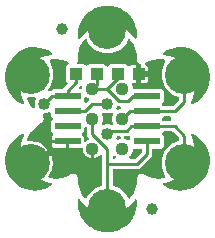
<source format=gbr>
G04 EAGLE Gerber RS-274X export*
G75*
%MOMM*%
%FSLAX34Y34*%
%LPD*%
%INTop Copper*%
%IPPOS*%
%AMOC8*
5,1,8,0,0,1.08239X$1,22.5*%
G01*
%ADD10R,2.209800X0.609600*%
%ADD11R,1.100000X1.000000*%
%ADD12C,3.216000*%
%ADD13C,1.000000*%
%ADD14C,1.117600*%
%ADD15C,0.254000*%
%ADD16C,1.016000*%

G36*
X-18360Y-67361D02*
X-18360Y-67361D01*
X-18356Y-67361D01*
X-18204Y-67335D01*
X-18050Y-67309D01*
X-18047Y-67307D01*
X-18043Y-67307D01*
X-17900Y-67242D01*
X-17759Y-67180D01*
X-17756Y-67178D01*
X-17753Y-67176D01*
X-17630Y-67078D01*
X-17510Y-66983D01*
X-17508Y-66980D01*
X-17505Y-66978D01*
X-17410Y-66852D01*
X-17317Y-66730D01*
X-17316Y-66727D01*
X-17313Y-66724D01*
X-17242Y-66579D01*
X-16251Y-64184D01*
X-10870Y-58803D01*
X-5136Y-56429D01*
X-5111Y-56414D01*
X-5083Y-56405D01*
X-4973Y-56335D01*
X-4860Y-56271D01*
X-4839Y-56251D01*
X-4814Y-56235D01*
X-4725Y-56140D01*
X-4632Y-56050D01*
X-4616Y-56025D01*
X-4596Y-56003D01*
X-4533Y-55889D01*
X-4465Y-55779D01*
X-4457Y-55750D01*
X-4442Y-55725D01*
X-4410Y-55599D01*
X-4372Y-55475D01*
X-4370Y-55445D01*
X-4363Y-55417D01*
X-4353Y-55256D01*
X-4353Y-31613D01*
X-4370Y-31475D01*
X-4383Y-31336D01*
X-4390Y-31317D01*
X-4393Y-31297D01*
X-4444Y-31168D01*
X-4491Y-31037D01*
X-4502Y-31020D01*
X-4510Y-31001D01*
X-4591Y-30889D01*
X-4669Y-30774D01*
X-4685Y-30761D01*
X-4696Y-30744D01*
X-4804Y-30655D01*
X-4908Y-30563D01*
X-4926Y-30554D01*
X-4941Y-30541D01*
X-5067Y-30482D01*
X-5191Y-30419D01*
X-5211Y-30414D01*
X-5229Y-30406D01*
X-5366Y-30380D01*
X-5501Y-30349D01*
X-5522Y-30350D01*
X-5541Y-30346D01*
X-5680Y-30355D01*
X-5819Y-30359D01*
X-5839Y-30365D01*
X-5859Y-30366D01*
X-5991Y-30408D01*
X-6125Y-30447D01*
X-6142Y-30458D01*
X-6161Y-30464D01*
X-6279Y-30538D01*
X-6399Y-30609D01*
X-6420Y-30627D01*
X-6430Y-30634D01*
X-6444Y-30649D01*
X-6519Y-30715D01*
X-7518Y-31714D01*
X-8850Y-32604D01*
X-10329Y-33216D01*
X-11431Y-33435D01*
X-11431Y-25400D01*
X-11446Y-25282D01*
X-11453Y-25163D01*
X-11465Y-25125D01*
X-11470Y-25085D01*
X-11514Y-24974D01*
X-11551Y-24861D01*
X-11573Y-24827D01*
X-11587Y-24789D01*
X-11657Y-24693D01*
X-11721Y-24592D01*
X-11751Y-24564D01*
X-11774Y-24532D01*
X-11866Y-24456D01*
X-11953Y-24374D01*
X-11988Y-24355D01*
X-12019Y-24329D01*
X-12127Y-24278D01*
X-12231Y-24221D01*
X-12270Y-24211D01*
X-12307Y-24193D01*
X-12424Y-24171D01*
X-12539Y-24141D01*
X-12599Y-24137D01*
X-12619Y-24134D01*
X-12620Y-24134D01*
X-12640Y-24135D01*
X-12700Y-24131D01*
X-12818Y-24146D01*
X-12937Y-24153D01*
X-12975Y-24166D01*
X-13016Y-24171D01*
X-13126Y-24215D01*
X-13240Y-24251D01*
X-13274Y-24273D01*
X-13311Y-24288D01*
X-13408Y-24358D01*
X-13508Y-24422D01*
X-13536Y-24451D01*
X-13569Y-24475D01*
X-13645Y-24567D01*
X-13726Y-24653D01*
X-13746Y-24689D01*
X-13772Y-24720D01*
X-13822Y-24827D01*
X-13880Y-24932D01*
X-13890Y-24971D01*
X-13907Y-25007D01*
X-13929Y-25124D01*
X-13959Y-25240D01*
X-13963Y-25300D01*
X-13967Y-25320D01*
X-13966Y-25340D01*
X-13969Y-25400D01*
X-13969Y-33435D01*
X-15071Y-33216D01*
X-16550Y-32604D01*
X-17882Y-31714D01*
X-19014Y-30582D01*
X-19904Y-29250D01*
X-20516Y-27771D01*
X-20829Y-26201D01*
X-20829Y-25872D01*
X-20844Y-25748D01*
X-20854Y-25622D01*
X-20864Y-25590D01*
X-20869Y-25557D01*
X-20915Y-25440D01*
X-20955Y-25321D01*
X-20973Y-25292D01*
X-20986Y-25261D01*
X-21059Y-25159D01*
X-21128Y-25054D01*
X-21153Y-25031D01*
X-21172Y-25004D01*
X-21269Y-24923D01*
X-21362Y-24838D01*
X-21391Y-24822D01*
X-21417Y-24801D01*
X-21531Y-24747D01*
X-21642Y-24688D01*
X-21675Y-24680D01*
X-21705Y-24665D01*
X-21829Y-24642D01*
X-21951Y-24612D01*
X-21984Y-24612D01*
X-22017Y-24606D01*
X-22143Y-24613D01*
X-22269Y-24615D01*
X-22317Y-24624D01*
X-22335Y-24625D01*
X-22355Y-24632D01*
X-22389Y-24639D01*
X-32259Y-24639D01*
X-32259Y-19304D01*
X-32274Y-19186D01*
X-32281Y-19067D01*
X-32293Y-19029D01*
X-32299Y-18989D01*
X-32342Y-18878D01*
X-32379Y-18765D01*
X-32401Y-18731D01*
X-32416Y-18693D01*
X-32485Y-18597D01*
X-32549Y-18496D01*
X-32579Y-18468D01*
X-32602Y-18436D01*
X-32694Y-18360D01*
X-32781Y-18278D01*
X-32816Y-18259D01*
X-32847Y-18233D01*
X-32918Y-18200D01*
X-32924Y-18185D01*
X-32994Y-18088D01*
X-33057Y-17988D01*
X-33087Y-17960D01*
X-33111Y-17927D01*
X-33202Y-17851D01*
X-33289Y-17770D01*
X-33324Y-17750D01*
X-33356Y-17725D01*
X-33463Y-17674D01*
X-33568Y-17616D01*
X-33607Y-17606D01*
X-33643Y-17589D01*
X-33760Y-17567D01*
X-33876Y-17537D01*
X-33936Y-17533D01*
X-33956Y-17529D01*
X-33976Y-17531D01*
X-34036Y-17527D01*
X-47372Y-17527D01*
X-47372Y-15668D01*
X-47199Y-15021D01*
X-46864Y-14442D01*
X-46379Y-13957D01*
X-46306Y-13863D01*
X-46227Y-13773D01*
X-46209Y-13737D01*
X-46184Y-13705D01*
X-46137Y-13596D01*
X-46082Y-13490D01*
X-46074Y-13451D01*
X-46058Y-13414D01*
X-46039Y-13296D01*
X-46013Y-13180D01*
X-46014Y-13139D01*
X-46008Y-13099D01*
X-46019Y-12981D01*
X-46022Y-12862D01*
X-46034Y-12823D01*
X-46038Y-12783D01*
X-46078Y-12671D01*
X-46111Y-12556D01*
X-46131Y-12522D01*
X-46145Y-12484D01*
X-46212Y-12385D01*
X-46272Y-12283D01*
X-46312Y-12237D01*
X-46324Y-12220D01*
X-46339Y-12207D01*
X-46379Y-12162D01*
X-47880Y-10661D01*
X-47880Y-2039D01*
X-46738Y-898D01*
X-46665Y-803D01*
X-46586Y-714D01*
X-46568Y-678D01*
X-46543Y-646D01*
X-46496Y-537D01*
X-46442Y-431D01*
X-46433Y-392D01*
X-46417Y-354D01*
X-46398Y-237D01*
X-46372Y-121D01*
X-46373Y-80D01*
X-46367Y-40D01*
X-46378Y78D01*
X-46382Y197D01*
X-46393Y236D01*
X-46397Y276D01*
X-46437Y388D01*
X-46470Y503D01*
X-46491Y538D01*
X-46504Y576D01*
X-46571Y674D01*
X-46632Y777D01*
X-46671Y822D01*
X-46683Y839D01*
X-46698Y852D01*
X-46738Y898D01*
X-47880Y2039D01*
X-47880Y4264D01*
X-47886Y4313D01*
X-47884Y4363D01*
X-47906Y4470D01*
X-47920Y4579D01*
X-47938Y4625D01*
X-47948Y4674D01*
X-47996Y4773D01*
X-48037Y4875D01*
X-48066Y4915D01*
X-48088Y4960D01*
X-48159Y5043D01*
X-48223Y5132D01*
X-48262Y5164D01*
X-48294Y5202D01*
X-48384Y5265D01*
X-48468Y5335D01*
X-48513Y5356D01*
X-48554Y5385D01*
X-48657Y5424D01*
X-48756Y5471D01*
X-48805Y5480D01*
X-48851Y5498D01*
X-48961Y5510D01*
X-49068Y5530D01*
X-49118Y5527D01*
X-49167Y5533D01*
X-49276Y5517D01*
X-49386Y5511D01*
X-49433Y5495D01*
X-49482Y5488D01*
X-49635Y5436D01*
X-51723Y4571D01*
X-53648Y4571D01*
X-53801Y4552D01*
X-53952Y4534D01*
X-53958Y4532D01*
X-53964Y4531D01*
X-54106Y4475D01*
X-54249Y4420D01*
X-54254Y4417D01*
X-54259Y4414D01*
X-54383Y4325D01*
X-54508Y4236D01*
X-54512Y4231D01*
X-54517Y4228D01*
X-54615Y4109D01*
X-54713Y3993D01*
X-54716Y3987D01*
X-54720Y3983D01*
X-54784Y3846D01*
X-54851Y3706D01*
X-54853Y3700D01*
X-54855Y3695D01*
X-54884Y3546D01*
X-54914Y3394D01*
X-54914Y3388D01*
X-54915Y3383D01*
X-54905Y3229D01*
X-54897Y3077D01*
X-54895Y3069D01*
X-54895Y3065D01*
X-54892Y3056D01*
X-54859Y2920D01*
X-54467Y1678D01*
X-54453Y1648D01*
X-54446Y1616D01*
X-54380Y1469D01*
X-53819Y402D01*
X-53823Y388D01*
X-53848Y246D01*
X-53877Y104D01*
X-53876Y89D01*
X-53879Y75D01*
X-53868Y-69D01*
X-53860Y-214D01*
X-53855Y-233D01*
X-53855Y-242D01*
X-53849Y-259D01*
X-53821Y-370D01*
X-53817Y-384D01*
X-54374Y-1453D01*
X-54385Y-1484D01*
X-54403Y-1512D01*
X-54460Y-1663D01*
X-54818Y-2814D01*
X-54831Y-2821D01*
X-54950Y-2904D01*
X-55070Y-2984D01*
X-55079Y-2994D01*
X-55091Y-3003D01*
X-55186Y-3112D01*
X-55282Y-3220D01*
X-55293Y-3237D01*
X-55299Y-3244D01*
X-55306Y-3260D01*
X-55366Y-3358D01*
X-55372Y-3371D01*
X-56379Y-3688D01*
X-56455Y-3723D01*
X-56535Y-3749D01*
X-56660Y-3817D01*
X-56668Y-3821D01*
X-56671Y-3823D01*
X-56677Y-3826D01*
X-59629Y-5696D01*
X-59685Y-5743D01*
X-59747Y-5781D01*
X-59865Y-5890D01*
X-65146Y-11395D01*
X-65219Y-11494D01*
X-65299Y-11589D01*
X-65324Y-11635D01*
X-65335Y-11650D01*
X-65343Y-11670D01*
X-65377Y-11730D01*
X-67945Y-17149D01*
X-67946Y-17153D01*
X-67949Y-17157D01*
X-67996Y-17305D01*
X-68044Y-17451D01*
X-68044Y-17456D01*
X-68046Y-17460D01*
X-68055Y-17616D01*
X-68065Y-17768D01*
X-68064Y-17773D01*
X-68064Y-17778D01*
X-68034Y-17933D01*
X-68006Y-18081D01*
X-68004Y-18085D01*
X-68003Y-18090D01*
X-67935Y-18233D01*
X-67872Y-18369D01*
X-67868Y-18373D01*
X-67866Y-18377D01*
X-67767Y-18496D01*
X-67670Y-18615D01*
X-67666Y-18618D01*
X-67663Y-18621D01*
X-67537Y-18712D01*
X-67413Y-18802D01*
X-67408Y-18804D01*
X-67405Y-18807D01*
X-67261Y-18863D01*
X-67118Y-18921D01*
X-67113Y-18921D01*
X-67108Y-18923D01*
X-66956Y-18942D01*
X-66802Y-18961D01*
X-66797Y-18961D01*
X-66793Y-18961D01*
X-66632Y-18951D01*
X-66197Y-18893D01*
X-63756Y-18893D01*
X-61335Y-19212D01*
X-58978Y-19844D01*
X-56723Y-20778D01*
X-54609Y-21998D01*
X-52672Y-23484D01*
X-50946Y-25210D01*
X-50270Y-26091D01*
X-65146Y-34680D01*
X-65240Y-34752D01*
X-65340Y-34818D01*
X-65361Y-34842D01*
X-65370Y-34848D01*
X-65375Y-34854D01*
X-65399Y-34872D01*
X-65473Y-34966D01*
X-65553Y-35054D01*
X-65571Y-35090D01*
X-65597Y-35121D01*
X-65645Y-35230D01*
X-65700Y-35336D01*
X-65710Y-35375D01*
X-65726Y-35412D01*
X-65746Y-35529D01*
X-65773Y-35645D01*
X-65772Y-35685D01*
X-65779Y-35725D01*
X-65769Y-35844D01*
X-65767Y-35963D01*
X-65756Y-36002D01*
X-65753Y-36042D01*
X-65714Y-36155D01*
X-65682Y-36269D01*
X-65655Y-36323D01*
X-65648Y-36343D01*
X-65637Y-36360D01*
X-65610Y-36414D01*
X-64340Y-38613D01*
X-64268Y-38708D01*
X-64203Y-38807D01*
X-64172Y-38835D01*
X-64148Y-38867D01*
X-64055Y-38941D01*
X-63966Y-39020D01*
X-63931Y-39039D01*
X-63899Y-39064D01*
X-63790Y-39113D01*
X-63685Y-39168D01*
X-63645Y-39177D01*
X-63608Y-39194D01*
X-63491Y-39214D01*
X-63375Y-39241D01*
X-63335Y-39240D01*
X-63295Y-39247D01*
X-63176Y-39237D01*
X-63057Y-39235D01*
X-63018Y-39224D01*
X-62978Y-39220D01*
X-62865Y-39181D01*
X-62751Y-39149D01*
X-62697Y-39123D01*
X-62677Y-39116D01*
X-62660Y-39105D01*
X-62606Y-39078D01*
X-47731Y-30489D01*
X-47306Y-31516D01*
X-46674Y-33873D01*
X-46355Y-36294D01*
X-46355Y-38734D01*
X-46674Y-41155D01*
X-47306Y-43512D01*
X-48240Y-45767D01*
X-49460Y-47881D01*
X-49726Y-48228D01*
X-49729Y-48232D01*
X-49732Y-48236D01*
X-49808Y-48368D01*
X-49887Y-48503D01*
X-49888Y-48507D01*
X-49890Y-48511D01*
X-49932Y-48660D01*
X-49974Y-48808D01*
X-49974Y-48813D01*
X-49975Y-48818D01*
X-49978Y-48972D01*
X-49982Y-49126D01*
X-49981Y-49131D01*
X-49981Y-49136D01*
X-49946Y-49286D01*
X-49911Y-49436D01*
X-49909Y-49441D01*
X-49908Y-49445D01*
X-49836Y-49582D01*
X-49766Y-49719D01*
X-49763Y-49723D01*
X-49760Y-49727D01*
X-49658Y-49840D01*
X-49554Y-49957D01*
X-49550Y-49959D01*
X-49547Y-49963D01*
X-49420Y-50047D01*
X-49291Y-50134D01*
X-49286Y-50136D01*
X-49282Y-50139D01*
X-49137Y-50189D01*
X-48991Y-50241D01*
X-48986Y-50241D01*
X-48981Y-50243D01*
X-48822Y-50266D01*
X-42847Y-50751D01*
X-42723Y-50745D01*
X-42599Y-50747D01*
X-42548Y-50738D01*
X-42529Y-50737D01*
X-42508Y-50731D01*
X-42441Y-50718D01*
X-35034Y-48898D01*
X-34966Y-48872D01*
X-34895Y-48855D01*
X-34748Y-48789D01*
X-31670Y-47177D01*
X-31597Y-47126D01*
X-31518Y-47083D01*
X-31420Y-47003D01*
X-31409Y-46995D01*
X-31404Y-46990D01*
X-31394Y-46981D01*
X-30639Y-46278D01*
X-30601Y-46280D01*
X-30461Y-46267D01*
X-30322Y-46259D01*
X-30304Y-46253D01*
X-30284Y-46251D01*
X-30152Y-46204D01*
X-30019Y-46162D01*
X-29995Y-46148D01*
X-29984Y-46144D01*
X-29967Y-46133D01*
X-29878Y-46084D01*
X-29846Y-46064D01*
X-28691Y-46325D01*
X-28653Y-46329D01*
X-28617Y-46340D01*
X-28456Y-46356D01*
X-27273Y-46397D01*
X-27248Y-46425D01*
X-27140Y-46515D01*
X-27036Y-46607D01*
X-27018Y-46616D01*
X-27003Y-46629D01*
X-26878Y-46689D01*
X-26753Y-46753D01*
X-26727Y-46761D01*
X-26716Y-46766D01*
X-26696Y-46769D01*
X-26599Y-46798D01*
X-26562Y-46807D01*
X-25930Y-47808D01*
X-25905Y-47837D01*
X-25887Y-47871D01*
X-25785Y-47995D01*
X-24978Y-48861D01*
X-24980Y-48899D01*
X-24967Y-49039D01*
X-24959Y-49178D01*
X-24953Y-49196D01*
X-24951Y-49216D01*
X-24904Y-49348D01*
X-24862Y-49481D01*
X-24848Y-49505D01*
X-24844Y-49516D01*
X-24833Y-49533D01*
X-24784Y-49622D01*
X-24764Y-49654D01*
X-24992Y-50661D01*
X-25000Y-50749D01*
X-25019Y-50836D01*
X-25021Y-50963D01*
X-25022Y-50977D01*
X-25021Y-50984D01*
X-25022Y-50997D01*
X-24866Y-54462D01*
X-24854Y-54533D01*
X-24852Y-54605D01*
X-24816Y-54762D01*
X-22672Y-62069D01*
X-22623Y-62182D01*
X-22580Y-62297D01*
X-22552Y-62343D01*
X-22545Y-62361D01*
X-22532Y-62377D01*
X-22497Y-62435D01*
X-19458Y-66817D01*
X-19456Y-66819D01*
X-19454Y-66823D01*
X-19349Y-66938D01*
X-19245Y-67053D01*
X-19242Y-67055D01*
X-19240Y-67058D01*
X-19110Y-67144D01*
X-18981Y-67230D01*
X-18977Y-67231D01*
X-18974Y-67233D01*
X-18827Y-67283D01*
X-18681Y-67334D01*
X-18677Y-67335D01*
X-18673Y-67336D01*
X-18520Y-67348D01*
X-18364Y-67362D01*
X-18360Y-67361D01*
G37*
G36*
X54934Y10681D02*
X54934Y10681D01*
X55033Y10684D01*
X55091Y10701D01*
X55151Y10709D01*
X55243Y10745D01*
X55338Y10773D01*
X55390Y10803D01*
X55447Y10826D01*
X55527Y10884D01*
X55612Y10934D01*
X55687Y11000D01*
X55704Y11012D01*
X55712Y11022D01*
X55733Y11040D01*
X60250Y15557D01*
X60310Y15635D01*
X60378Y15708D01*
X60407Y15761D01*
X60444Y15808D01*
X60484Y15899D01*
X60532Y15986D01*
X60547Y16045D01*
X60571Y16100D01*
X60586Y16198D01*
X60611Y16294D01*
X60617Y16394D01*
X60621Y16414D01*
X60619Y16427D01*
X60621Y16455D01*
X60621Y17771D01*
X60618Y17800D01*
X60620Y17830D01*
X60598Y17958D01*
X60581Y18087D01*
X60571Y18114D01*
X60566Y18143D01*
X60512Y18262D01*
X60464Y18382D01*
X60447Y18406D01*
X60435Y18433D01*
X60354Y18534D01*
X60278Y18640D01*
X60255Y18658D01*
X60236Y18681D01*
X60133Y18760D01*
X60033Y18842D01*
X60006Y18855D01*
X59982Y18873D01*
X59838Y18944D01*
X54104Y21318D01*
X48723Y26699D01*
X45811Y33730D01*
X45811Y41340D01*
X48761Y48462D01*
X48771Y48474D01*
X48804Y48551D01*
X48847Y48624D01*
X48867Y48696D01*
X48897Y48766D01*
X48911Y48849D01*
X48934Y48929D01*
X48935Y49005D01*
X48947Y49080D01*
X48940Y49164D01*
X48942Y49247D01*
X48925Y49321D01*
X48918Y49397D01*
X48889Y49476D01*
X48871Y49557D01*
X48836Y49625D01*
X48810Y49696D01*
X48763Y49765D01*
X48725Y49840D01*
X48674Y49896D01*
X48632Y49959D01*
X48569Y50015D01*
X48513Y50077D01*
X48450Y50120D01*
X48394Y50170D01*
X48319Y50208D01*
X48249Y50255D01*
X48178Y50280D01*
X48110Y50315D01*
X48029Y50333D01*
X47949Y50361D01*
X47808Y50383D01*
X47800Y50384D01*
X47797Y50384D01*
X47790Y50385D01*
X42918Y50815D01*
X42796Y50810D01*
X42673Y50813D01*
X42620Y50804D01*
X42600Y50803D01*
X42580Y50797D01*
X42514Y50786D01*
X35107Y49033D01*
X35040Y49008D01*
X34970Y48992D01*
X34822Y48928D01*
X32610Y47797D01*
X32599Y47790D01*
X32588Y47786D01*
X32469Y47701D01*
X32347Y47618D01*
X32339Y47609D01*
X32329Y47601D01*
X32234Y47490D01*
X32137Y47379D01*
X32131Y47368D01*
X32123Y47359D01*
X32059Y47226D01*
X31993Y47096D01*
X31990Y47084D01*
X31985Y47072D01*
X31956Y46929D01*
X31924Y46785D01*
X31924Y46773D01*
X31922Y46761D01*
X31929Y46614D01*
X31934Y46468D01*
X31938Y46455D01*
X31938Y46443D01*
X31982Y46303D01*
X32023Y46162D01*
X32030Y46151D01*
X32033Y46139D01*
X32111Y46015D01*
X32185Y45889D01*
X32194Y45880D01*
X32201Y45869D01*
X32306Y45768D01*
X32410Y45664D01*
X32421Y45657D01*
X32430Y45649D01*
X32557Y45577D01*
X32684Y45502D01*
X32696Y45499D01*
X32707Y45492D01*
X32733Y45484D01*
X33340Y45133D01*
X33813Y44660D01*
X34148Y44081D01*
X34321Y43434D01*
X34321Y40599D01*
X28779Y40599D01*
X28779Y45312D01*
X28767Y45412D01*
X28763Y45513D01*
X28747Y45570D01*
X28739Y45628D01*
X28702Y45722D01*
X28674Y45819D01*
X28644Y45869D01*
X28622Y45923D01*
X28563Y46005D01*
X28511Y46092D01*
X28470Y46133D01*
X28436Y46181D01*
X28358Y46245D01*
X28286Y46316D01*
X28236Y46346D01*
X28191Y46384D01*
X28099Y46427D01*
X28012Y46478D01*
X27956Y46494D01*
X27903Y46519D01*
X27804Y46538D01*
X27707Y46566D01*
X27611Y46575D01*
X27591Y46579D01*
X27577Y46578D01*
X27546Y46581D01*
X27401Y46585D01*
X27340Y46649D01*
X27241Y46731D01*
X27145Y46818D01*
X27118Y46832D01*
X27095Y46851D01*
X26978Y46906D01*
X26864Y46966D01*
X26822Y46979D01*
X26806Y46986D01*
X26785Y46990D01*
X26710Y47013D01*
X26624Y47033D01*
X26027Y48001D01*
X25996Y48040D01*
X25973Y48083D01*
X25870Y48206D01*
X25089Y49033D01*
X25091Y49122D01*
X25079Y49249D01*
X25073Y49378D01*
X25063Y49407D01*
X25061Y49438D01*
X25017Y49559D01*
X24979Y49682D01*
X24958Y49721D01*
X24952Y49737D01*
X24940Y49755D01*
X24903Y49824D01*
X24857Y49899D01*
X25083Y50854D01*
X25094Y50954D01*
X25114Y51051D01*
X25115Y51150D01*
X25117Y51171D01*
X25115Y51183D01*
X25115Y51212D01*
X24939Y54640D01*
X24926Y54711D01*
X24923Y54783D01*
X24887Y54940D01*
X22693Y62248D01*
X22644Y62359D01*
X22601Y62474D01*
X22572Y62521D01*
X22565Y62538D01*
X22551Y62555D01*
X22517Y62612D01*
X19496Y66916D01*
X19496Y66917D01*
X19397Y67025D01*
X19282Y67152D01*
X19144Y67243D01*
X19017Y67327D01*
X19016Y67327D01*
X18878Y67374D01*
X18716Y67430D01*
X18517Y67446D01*
X18399Y67455D01*
X18209Y67422D01*
X18086Y67401D01*
X18085Y67401D01*
X17949Y67340D01*
X17796Y67271D01*
X17795Y67270D01*
X17647Y67152D01*
X17547Y67072D01*
X17430Y66916D01*
X17356Y66818D01*
X17285Y66673D01*
X16217Y64094D01*
X10836Y58713D01*
X3805Y55801D01*
X-3805Y55801D01*
X-10836Y58713D01*
X-16217Y64094D01*
X-17325Y66771D01*
X-17327Y66774D01*
X-17327Y66776D01*
X-17405Y66911D01*
X-17483Y67048D01*
X-17485Y67049D01*
X-17486Y67052D01*
X-17593Y67161D01*
X-17704Y67276D01*
X-17706Y67277D01*
X-17708Y67279D01*
X-17840Y67359D01*
X-17975Y67442D01*
X-17978Y67443D01*
X-17980Y67444D01*
X-18129Y67490D01*
X-18279Y67536D01*
X-18282Y67536D01*
X-18284Y67537D01*
X-18441Y67544D01*
X-18597Y67551D01*
X-18599Y67551D01*
X-18602Y67551D01*
X-18755Y67518D01*
X-18908Y67487D01*
X-18911Y67486D01*
X-18913Y67485D01*
X-19051Y67417D01*
X-19194Y67347D01*
X-19196Y67345D01*
X-19198Y67344D01*
X-19314Y67245D01*
X-19436Y67141D01*
X-19438Y67139D01*
X-19439Y67137D01*
X-19540Y67011D01*
X-22658Y62535D01*
X-22715Y62426D01*
X-22778Y62321D01*
X-22796Y62270D01*
X-22805Y62253D01*
X-22810Y62232D01*
X-22833Y62170D01*
X-25002Y54854D01*
X-25014Y54783D01*
X-25035Y54715D01*
X-25053Y54555D01*
X-25219Y51101D01*
X-25212Y51008D01*
X-25214Y50914D01*
X-25196Y50802D01*
X-25194Y50784D01*
X-25191Y50775D01*
X-25188Y50756D01*
X-24961Y49769D01*
X-24992Y49720D01*
X-25049Y49597D01*
X-25111Y49477D01*
X-25116Y49453D01*
X-25126Y49431D01*
X-25151Y49298D01*
X-25180Y49167D01*
X-25181Y49133D01*
X-25184Y49119D01*
X-25182Y49097D01*
X-25185Y49006D01*
X-25183Y48947D01*
X-25803Y48286D01*
X-25873Y48190D01*
X-25949Y48099D01*
X-25966Y48062D01*
X-25990Y48029D01*
X-26034Y47918D01*
X-26085Y47811D01*
X-26092Y47771D01*
X-26107Y47733D01*
X-26122Y47615D01*
X-26144Y47498D01*
X-26142Y47458D01*
X-26147Y47418D01*
X-26132Y47300D01*
X-26125Y47181D01*
X-26112Y47142D01*
X-26107Y47102D01*
X-26063Y46992D01*
X-26027Y46879D01*
X-26005Y46844D01*
X-25990Y46806D01*
X-25920Y46710D01*
X-25856Y46610D01*
X-25827Y46582D01*
X-25803Y46549D01*
X-25712Y46473D01*
X-25625Y46392D01*
X-25589Y46372D01*
X-25558Y46346D01*
X-25450Y46296D01*
X-25346Y46238D01*
X-25307Y46228D01*
X-25270Y46211D01*
X-25153Y46189D01*
X-25038Y46159D01*
X-24978Y46155D01*
X-24958Y46151D01*
X-24938Y46153D01*
X-24878Y46149D01*
X-19517Y46149D01*
X-18677Y45309D01*
X-18583Y45236D01*
X-18494Y45157D01*
X-18458Y45139D01*
X-18426Y45114D01*
X-18317Y45067D01*
X-18211Y45013D01*
X-18172Y45004D01*
X-18134Y44988D01*
X-18017Y44969D01*
X-17901Y44943D01*
X-17860Y44944D01*
X-17820Y44938D01*
X-17702Y44949D01*
X-17583Y44953D01*
X-17544Y44964D01*
X-17504Y44968D01*
X-17392Y45008D01*
X-17277Y45041D01*
X-17242Y45062D01*
X-17204Y45075D01*
X-17106Y45142D01*
X-17003Y45203D01*
X-16958Y45242D01*
X-16941Y45254D01*
X-16928Y45269D01*
X-16882Y45309D01*
X-16043Y46149D01*
X-2517Y46149D01*
X-898Y44529D01*
X-808Y44459D01*
X-779Y44432D01*
X-773Y44429D01*
X-714Y44377D01*
X-678Y44359D01*
X-646Y44334D01*
X-537Y44287D01*
X-431Y44233D01*
X-392Y44224D01*
X-354Y44208D01*
X-237Y44189D01*
X-121Y44163D01*
X-80Y44164D01*
X-40Y44158D01*
X78Y44169D01*
X197Y44173D01*
X236Y44184D01*
X276Y44188D01*
X388Y44228D01*
X503Y44261D01*
X538Y44282D01*
X576Y44295D01*
X674Y44362D01*
X777Y44423D01*
X822Y44462D01*
X839Y44474D01*
X852Y44489D01*
X898Y44529D01*
X2517Y46149D01*
X16043Y46149D01*
X17242Y44950D01*
X17336Y44877D01*
X17425Y44798D01*
X17461Y44780D01*
X17493Y44755D01*
X17602Y44708D01*
X17708Y44653D01*
X17748Y44645D01*
X17785Y44629D01*
X17903Y44610D01*
X18019Y44584D01*
X18059Y44585D01*
X18099Y44579D01*
X18218Y44590D01*
X18336Y44593D01*
X18375Y44605D01*
X18416Y44609D01*
X18528Y44649D01*
X18642Y44682D01*
X18677Y44702D01*
X18715Y44716D01*
X18813Y44783D01*
X18916Y44843D01*
X18961Y44883D01*
X18978Y44895D01*
X18991Y44910D01*
X19037Y44950D01*
X19220Y45133D01*
X19799Y45468D01*
X20446Y45641D01*
X23781Y45641D01*
X23781Y39330D01*
X23796Y39212D01*
X23803Y39093D01*
X23815Y39055D01*
X23821Y39015D01*
X23864Y38904D01*
X23901Y38791D01*
X23923Y38757D01*
X23938Y38719D01*
X24007Y38623D01*
X24071Y38522D01*
X24101Y38494D01*
X24124Y38462D01*
X24216Y38386D01*
X24303Y38304D01*
X24338Y38285D01*
X24369Y38259D01*
X24477Y38208D01*
X24581Y38151D01*
X24621Y38141D01*
X24657Y38123D01*
X24764Y38103D01*
X24734Y38099D01*
X24624Y38055D01*
X24511Y38019D01*
X24476Y37997D01*
X24439Y37982D01*
X24342Y37912D01*
X24242Y37849D01*
X24214Y37819D01*
X24181Y37795D01*
X24105Y37704D01*
X24024Y37617D01*
X24004Y37582D01*
X23979Y37550D01*
X23928Y37443D01*
X23870Y37338D01*
X23860Y37299D01*
X23843Y37263D01*
X23821Y37146D01*
X23791Y37030D01*
X23787Y36970D01*
X23783Y36950D01*
X23785Y36930D01*
X23781Y36870D01*
X23781Y30559D01*
X21811Y30559D01*
X21761Y30553D01*
X21712Y30555D01*
X21604Y30533D01*
X21495Y30519D01*
X21449Y30501D01*
X21400Y30491D01*
X21302Y30443D01*
X21200Y30402D01*
X21160Y30373D01*
X21115Y30351D01*
X21031Y30280D01*
X20942Y30216D01*
X20911Y30177D01*
X20873Y30145D01*
X20810Y30055D01*
X20739Y29971D01*
X20718Y29926D01*
X20690Y29885D01*
X20651Y29782D01*
X20604Y29683D01*
X20595Y29634D01*
X20577Y29588D01*
X20565Y29478D01*
X20544Y29371D01*
X20547Y29321D01*
X20542Y29272D01*
X20557Y29163D01*
X20564Y29053D01*
X20579Y29006D01*
X20586Y28957D01*
X20638Y28804D01*
X21337Y27118D01*
X21337Y26416D01*
X21352Y26298D01*
X21359Y26179D01*
X21372Y26141D01*
X21377Y26100D01*
X21420Y25990D01*
X21457Y25877D01*
X21479Y25842D01*
X21494Y25805D01*
X21563Y25709D01*
X21627Y25608D01*
X21657Y25580D01*
X21680Y25547D01*
X21772Y25471D01*
X21859Y25390D01*
X21894Y25370D01*
X21925Y25345D01*
X22033Y25294D01*
X22137Y25236D01*
X22177Y25226D01*
X22213Y25209D01*
X22330Y25187D01*
X22445Y25157D01*
X22505Y25153D01*
X22525Y25149D01*
X22546Y25151D01*
X22606Y25147D01*
X45840Y25147D01*
X47626Y23361D01*
X47626Y14739D01*
X46484Y13597D01*
X46411Y13503D01*
X46332Y13414D01*
X46314Y13378D01*
X46289Y13346D01*
X46242Y13237D01*
X46188Y13131D01*
X46179Y13092D01*
X46163Y13054D01*
X46144Y12937D01*
X46118Y12821D01*
X46119Y12780D01*
X46113Y12740D01*
X46124Y12622D01*
X46128Y12503D01*
X46139Y12464D01*
X46143Y12424D01*
X46183Y12311D01*
X46216Y12197D01*
X46237Y12162D01*
X46250Y12124D01*
X46317Y12026D01*
X46378Y11923D01*
X46418Y11878D01*
X46429Y11861D01*
X46444Y11848D01*
X46484Y11802D01*
X47246Y11040D01*
X47324Y10980D01*
X47396Y10912D01*
X47449Y10883D01*
X47497Y10846D01*
X47588Y10806D01*
X47675Y10758D01*
X47733Y10743D01*
X47789Y10719D01*
X47887Y10704D01*
X47983Y10679D01*
X48083Y10673D01*
X48103Y10669D01*
X48116Y10671D01*
X48144Y10669D01*
X54835Y10669D01*
X54934Y10681D01*
G37*
G36*
X18506Y-67501D02*
X18506Y-67501D01*
X18508Y-67501D01*
X18662Y-67469D01*
X18816Y-67437D01*
X18818Y-67436D01*
X18819Y-67436D01*
X18957Y-67368D01*
X19102Y-67297D01*
X19103Y-67296D01*
X19105Y-67295D01*
X19223Y-67194D01*
X19344Y-67091D01*
X19345Y-67089D01*
X19346Y-67088D01*
X19446Y-66963D01*
X22555Y-62512D01*
X22613Y-62404D01*
X22676Y-62298D01*
X22695Y-62248D01*
X22704Y-62231D01*
X22708Y-62210D01*
X22732Y-62147D01*
X24901Y-54848D01*
X24913Y-54777D01*
X24934Y-54707D01*
X24949Y-54580D01*
X24951Y-54567D01*
X24951Y-54560D01*
X24952Y-54547D01*
X25119Y-51092D01*
X25112Y-51001D01*
X25115Y-50910D01*
X25096Y-50791D01*
X25095Y-50775D01*
X25092Y-50769D01*
X25092Y-50768D01*
X25092Y-50766D01*
X25089Y-50751D01*
X24864Y-49754D01*
X24890Y-49714D01*
X24948Y-49589D01*
X25010Y-49467D01*
X25015Y-49445D01*
X25025Y-49426D01*
X25050Y-49290D01*
X25080Y-49156D01*
X25081Y-49126D01*
X25083Y-49113D01*
X25082Y-49092D01*
X25085Y-48996D01*
X25083Y-48947D01*
X25887Y-48091D01*
X25911Y-48058D01*
X25940Y-48030D01*
X26034Y-47900D01*
X26661Y-46907D01*
X26708Y-46896D01*
X26837Y-46849D01*
X26968Y-46807D01*
X26987Y-46795D01*
X27007Y-46788D01*
X27121Y-46710D01*
X27237Y-46637D01*
X27259Y-46616D01*
X27270Y-46608D01*
X27284Y-46592D01*
X27354Y-46526D01*
X27387Y-46491D01*
X28561Y-46454D01*
X28601Y-46447D01*
X28641Y-46449D01*
X28800Y-46423D01*
X29946Y-46164D01*
X29986Y-46190D01*
X30111Y-46248D01*
X30233Y-46310D01*
X30255Y-46315D01*
X30274Y-46325D01*
X30410Y-46350D01*
X30544Y-46380D01*
X30574Y-46381D01*
X30587Y-46383D01*
X30608Y-46382D01*
X30704Y-46385D01*
X30753Y-46383D01*
X31498Y-47082D01*
X31572Y-47136D01*
X31639Y-47197D01*
X31741Y-47259D01*
X31755Y-47269D01*
X31762Y-47272D01*
X31777Y-47281D01*
X34855Y-48893D01*
X34924Y-48918D01*
X34988Y-48953D01*
X35142Y-49001D01*
X42567Y-50824D01*
X42689Y-50838D01*
X42811Y-50860D01*
X42863Y-50859D01*
X42882Y-50861D01*
X42904Y-50858D01*
X42972Y-50857D01*
X47915Y-50453D01*
X48001Y-50435D01*
X48088Y-50427D01*
X48156Y-50403D01*
X48227Y-50388D01*
X48305Y-50349D01*
X48388Y-50319D01*
X48447Y-50279D01*
X48512Y-50247D01*
X48578Y-50190D01*
X48651Y-50141D01*
X48698Y-50087D01*
X48753Y-50040D01*
X48803Y-49968D01*
X48861Y-49902D01*
X48894Y-49838D01*
X48935Y-49779D01*
X48966Y-49697D01*
X49006Y-49619D01*
X49022Y-49549D01*
X49047Y-49482D01*
X49056Y-49394D01*
X49076Y-49309D01*
X49073Y-49237D01*
X49081Y-49165D01*
X49069Y-49079D01*
X49066Y-48991D01*
X49046Y-48922D01*
X49036Y-48851D01*
X49002Y-48770D01*
X48978Y-48686D01*
X48941Y-48624D01*
X48913Y-48557D01*
X48861Y-48487D01*
X48816Y-48412D01*
X48749Y-48336D01*
X45833Y-41296D01*
X45833Y-33686D01*
X48745Y-26655D01*
X54126Y-21274D01*
X59860Y-18900D01*
X59885Y-18885D01*
X59913Y-18876D01*
X60023Y-18806D01*
X60136Y-18742D01*
X60157Y-18722D01*
X60182Y-18706D01*
X60271Y-18611D01*
X60364Y-18521D01*
X60380Y-18496D01*
X60400Y-18474D01*
X60463Y-18360D01*
X60531Y-18250D01*
X60539Y-18221D01*
X60554Y-18196D01*
X60586Y-18070D01*
X60624Y-17946D01*
X60626Y-17916D01*
X60633Y-17888D01*
X60643Y-17727D01*
X60643Y-16477D01*
X60631Y-16379D01*
X60628Y-16279D01*
X60611Y-16221D01*
X60603Y-16161D01*
X60567Y-16069D01*
X60539Y-15974D01*
X60509Y-15922D01*
X60486Y-15865D01*
X60428Y-15785D01*
X60378Y-15700D01*
X60312Y-15625D01*
X60300Y-15608D01*
X60290Y-15600D01*
X60272Y-15579D01*
X55733Y-11040D01*
X55655Y-10980D01*
X55582Y-10912D01*
X55529Y-10883D01*
X55482Y-10846D01*
X55391Y-10806D01*
X55304Y-10758D01*
X55245Y-10743D01*
X55190Y-10719D01*
X55092Y-10704D01*
X54996Y-10679D01*
X54896Y-10673D01*
X54876Y-10669D01*
X54863Y-10671D01*
X54835Y-10669D01*
X48144Y-10669D01*
X48045Y-10681D01*
X47946Y-10684D01*
X47888Y-10701D01*
X47828Y-10709D01*
X47736Y-10745D01*
X47641Y-10773D01*
X47589Y-10803D01*
X47532Y-10826D01*
X47452Y-10884D01*
X47367Y-10934D01*
X47292Y-11000D01*
X47275Y-11012D01*
X47267Y-11022D01*
X47246Y-11041D01*
X46484Y-11803D01*
X46411Y-11896D01*
X46332Y-11986D01*
X46314Y-12022D01*
X46289Y-12054D01*
X46242Y-12163D01*
X46188Y-12269D01*
X46179Y-12309D01*
X46163Y-12346D01*
X46144Y-12463D01*
X46118Y-12579D01*
X46119Y-12620D01*
X46113Y-12660D01*
X46124Y-12778D01*
X46128Y-12897D01*
X46139Y-12936D01*
X46143Y-12976D01*
X46183Y-13088D01*
X46216Y-13203D01*
X46237Y-13238D01*
X46250Y-13276D01*
X46317Y-13374D01*
X46378Y-13477D01*
X46417Y-13522D01*
X46429Y-13539D01*
X46444Y-13552D01*
X46484Y-13598D01*
X47626Y-14739D01*
X47626Y-23361D01*
X45840Y-25147D01*
X39116Y-25147D01*
X38998Y-25162D01*
X38879Y-25169D01*
X38841Y-25182D01*
X38800Y-25187D01*
X38690Y-25230D01*
X38577Y-25267D01*
X38542Y-25289D01*
X38505Y-25304D01*
X38409Y-25373D01*
X38308Y-25437D01*
X38280Y-25467D01*
X38247Y-25490D01*
X38171Y-25582D01*
X38090Y-25669D01*
X38070Y-25704D01*
X38045Y-25735D01*
X37994Y-25843D01*
X37936Y-25947D01*
X37926Y-25987D01*
X37909Y-26023D01*
X37887Y-26140D01*
X37857Y-26255D01*
X37853Y-26315D01*
X37849Y-26335D01*
X37851Y-26356D01*
X37847Y-26416D01*
X37847Y-31761D01*
X27189Y-42419D01*
X5554Y-42419D01*
X5436Y-42434D01*
X5317Y-42441D01*
X5279Y-42454D01*
X5238Y-42459D01*
X5128Y-42502D01*
X5015Y-42539D01*
X4980Y-42561D01*
X4943Y-42576D01*
X4847Y-42645D01*
X4746Y-42709D01*
X4718Y-42739D01*
X4685Y-42762D01*
X4609Y-42854D01*
X4528Y-42941D01*
X4508Y-42976D01*
X4483Y-43007D01*
X4432Y-43115D01*
X4374Y-43219D01*
X4364Y-43259D01*
X4347Y-43295D01*
X4325Y-43412D01*
X4295Y-43527D01*
X4291Y-43587D01*
X4287Y-43607D01*
X4289Y-43628D01*
X4285Y-43688D01*
X4285Y-55256D01*
X4288Y-55285D01*
X4286Y-55315D01*
X4308Y-55443D01*
X4325Y-55572D01*
X4335Y-55599D01*
X4340Y-55628D01*
X4394Y-55747D01*
X4442Y-55867D01*
X4459Y-55891D01*
X4471Y-55918D01*
X4552Y-56019D01*
X4628Y-56125D01*
X4651Y-56143D01*
X4670Y-56166D01*
X4773Y-56245D01*
X4873Y-56327D01*
X4900Y-56340D01*
X4924Y-56358D01*
X5068Y-56429D01*
X10802Y-58803D01*
X16183Y-64184D01*
X17233Y-66721D01*
X17234Y-66723D01*
X17235Y-66724D01*
X17310Y-66856D01*
X17391Y-66998D01*
X17392Y-66999D01*
X17393Y-67000D01*
X17499Y-67109D01*
X17612Y-67226D01*
X17613Y-67227D01*
X17615Y-67228D01*
X17752Y-67312D01*
X17883Y-67392D01*
X17885Y-67393D01*
X17886Y-67394D01*
X18042Y-67441D01*
X18187Y-67486D01*
X18189Y-67486D01*
X18190Y-67486D01*
X18355Y-67494D01*
X18505Y-67501D01*
X18506Y-67501D01*
G37*
G36*
X3648Y-95823D02*
X3648Y-95823D01*
X3738Y-95805D01*
X3802Y-95802D01*
X7351Y-95041D01*
X7437Y-95009D01*
X7500Y-94996D01*
X10891Y-93701D01*
X10971Y-93657D01*
X11032Y-93634D01*
X14184Y-91836D01*
X14198Y-91825D01*
X14213Y-91818D01*
X14262Y-91777D01*
X14313Y-91749D01*
X17154Y-89489D01*
X17216Y-89423D01*
X17268Y-89384D01*
X19729Y-86717D01*
X19781Y-86642D01*
X19826Y-86594D01*
X21851Y-83582D01*
X21891Y-83501D01*
X21928Y-83447D01*
X23469Y-80161D01*
X23495Y-80074D01*
X23524Y-80015D01*
X24544Y-76532D01*
X24557Y-76442D01*
X24576Y-76380D01*
X25052Y-72782D01*
X25051Y-72691D01*
X25061Y-72626D01*
X24981Y-68998D01*
X24972Y-68944D01*
X24973Y-68890D01*
X24949Y-68805D01*
X24935Y-68717D01*
X24912Y-68668D01*
X24898Y-68616D01*
X24851Y-68541D01*
X24813Y-68460D01*
X24777Y-68420D01*
X24749Y-68374D01*
X24683Y-68314D01*
X24625Y-68247D01*
X24579Y-68219D01*
X24539Y-68182D01*
X24460Y-68143D01*
X24385Y-68095D01*
X24333Y-68080D01*
X24284Y-68056D01*
X24197Y-68040D01*
X24112Y-68015D01*
X24058Y-68015D01*
X24005Y-68006D01*
X23916Y-68015D01*
X23828Y-68014D01*
X23776Y-68029D01*
X23722Y-68035D01*
X23640Y-68068D01*
X23554Y-68092D01*
X23508Y-68121D01*
X23458Y-68141D01*
X23403Y-68186D01*
X23313Y-68243D01*
X23250Y-68312D01*
X23199Y-68355D01*
X20444Y-71529D01*
X17320Y-74232D01*
X13843Y-76464D01*
X10085Y-78178D01*
X6121Y-79341D01*
X2032Y-79928D01*
X-2100Y-79928D01*
X-6189Y-79341D01*
X-10153Y-78178D01*
X-13911Y-76464D01*
X-17388Y-74232D01*
X-20512Y-71529D01*
X-23267Y-68355D01*
X-23308Y-68319D01*
X-23342Y-68277D01*
X-23415Y-68226D01*
X-23482Y-68168D01*
X-23531Y-68145D01*
X-23575Y-68114D01*
X-23659Y-68086D01*
X-23740Y-68048D01*
X-23793Y-68040D01*
X-23844Y-68023D01*
X-23933Y-68018D01*
X-24021Y-68005D01*
X-24074Y-68012D01*
X-24128Y-68009D01*
X-24215Y-68030D01*
X-24303Y-68041D01*
X-24352Y-68062D01*
X-24405Y-68075D01*
X-24482Y-68119D01*
X-24564Y-68154D01*
X-24605Y-68188D01*
X-24652Y-68215D01*
X-24714Y-68278D01*
X-24783Y-68335D01*
X-24814Y-68379D01*
X-24851Y-68418D01*
X-24894Y-68496D01*
X-24944Y-68569D01*
X-24961Y-68620D01*
X-24986Y-68668D01*
X-25000Y-68738D01*
X-25033Y-68839D01*
X-25037Y-68933D01*
X-25049Y-68998D01*
X-25129Y-72626D01*
X-25118Y-72717D01*
X-25120Y-72782D01*
X-24644Y-76380D01*
X-24620Y-76468D01*
X-24612Y-76532D01*
X-23592Y-80015D01*
X-23554Y-80098D01*
X-23537Y-80161D01*
X-21996Y-83447D01*
X-21946Y-83523D01*
X-21919Y-83582D01*
X-19894Y-86594D01*
X-19833Y-86662D01*
X-19797Y-86717D01*
X-17336Y-89384D01*
X-17265Y-89441D01*
X-17222Y-89489D01*
X-14381Y-91749D01*
X-14346Y-91769D01*
X-14325Y-91789D01*
X-14283Y-91811D01*
X-14252Y-91836D01*
X-11100Y-93634D01*
X-11015Y-93668D01*
X-10959Y-93701D01*
X-7568Y-94996D01*
X-7480Y-95017D01*
X-7419Y-95041D01*
X-3870Y-95802D01*
X-3780Y-95809D01*
X-3716Y-95823D01*
X-93Y-96034D01*
X-26Y-96028D01*
X25Y-96034D01*
X3648Y-95823D01*
G37*
G36*
X24040Y67922D02*
X24040Y67922D01*
X24094Y67919D01*
X24181Y67940D01*
X24269Y67951D01*
X24318Y67972D01*
X24371Y67985D01*
X24448Y68029D01*
X24530Y68064D01*
X24571Y68098D01*
X24618Y68125D01*
X24680Y68188D01*
X24749Y68245D01*
X24780Y68289D01*
X24817Y68328D01*
X24860Y68406D01*
X24910Y68479D01*
X24927Y68530D01*
X24952Y68578D01*
X24966Y68648D01*
X24999Y68749D01*
X25003Y68843D01*
X25015Y68908D01*
X25095Y72536D01*
X25084Y72627D01*
X25086Y72692D01*
X24610Y76290D01*
X24586Y76378D01*
X24578Y76442D01*
X23558Y79925D01*
X23520Y80008D01*
X23503Y80071D01*
X21962Y83357D01*
X21912Y83433D01*
X21885Y83492D01*
X19860Y86504D01*
X19799Y86572D01*
X19763Y86627D01*
X17302Y89294D01*
X17231Y89351D01*
X17188Y89399D01*
X14347Y91659D01*
X14268Y91705D01*
X14218Y91746D01*
X11066Y93544D01*
X10981Y93578D01*
X10925Y93611D01*
X7534Y94906D01*
X7446Y94927D01*
X7385Y94951D01*
X3836Y95712D01*
X3746Y95719D01*
X3682Y95733D01*
X59Y95944D01*
X-8Y95938D01*
X-59Y95944D01*
X-3682Y95733D01*
X-3772Y95715D01*
X-3836Y95712D01*
X-7385Y94951D01*
X-7471Y94919D01*
X-7534Y94906D01*
X-10925Y93611D01*
X-11005Y93567D01*
X-11066Y93544D01*
X-14218Y91746D01*
X-14290Y91690D01*
X-14347Y91659D01*
X-17188Y89399D01*
X-17250Y89333D01*
X-17302Y89294D01*
X-19763Y86627D01*
X-19815Y86552D01*
X-19860Y86504D01*
X-21885Y83492D01*
X-21925Y83411D01*
X-21962Y83357D01*
X-23503Y80071D01*
X-23529Y79984D01*
X-23558Y79925D01*
X-24578Y76442D01*
X-24591Y76352D01*
X-24610Y76290D01*
X-25086Y72692D01*
X-25085Y72601D01*
X-25095Y72536D01*
X-25015Y68908D01*
X-25006Y68854D01*
X-25007Y68800D01*
X-24983Y68715D01*
X-24969Y68627D01*
X-24946Y68578D01*
X-24932Y68526D01*
X-24885Y68451D01*
X-24847Y68370D01*
X-24811Y68330D01*
X-24783Y68284D01*
X-24717Y68224D01*
X-24659Y68157D01*
X-24613Y68129D01*
X-24573Y68092D01*
X-24494Y68053D01*
X-24419Y68005D01*
X-24367Y67990D01*
X-24318Y67966D01*
X-24231Y67950D01*
X-24146Y67925D01*
X-24092Y67925D01*
X-24039Y67916D01*
X-23950Y67925D01*
X-23862Y67924D01*
X-23810Y67939D01*
X-23756Y67945D01*
X-23674Y67978D01*
X-23588Y68002D01*
X-23542Y68031D01*
X-23492Y68051D01*
X-23437Y68096D01*
X-23347Y68153D01*
X-23284Y68222D01*
X-23233Y68265D01*
X-20478Y71439D01*
X-17354Y74142D01*
X-13877Y76374D01*
X-10119Y78088D01*
X-6155Y79251D01*
X-2066Y79838D01*
X2066Y79838D01*
X6155Y79251D01*
X10119Y78088D01*
X13877Y76374D01*
X17354Y74142D01*
X20478Y71439D01*
X23233Y68265D01*
X23274Y68229D01*
X23308Y68187D01*
X23381Y68136D01*
X23448Y68078D01*
X23497Y68055D01*
X23541Y68024D01*
X23625Y67996D01*
X23706Y67958D01*
X23759Y67950D01*
X23810Y67933D01*
X23899Y67928D01*
X23987Y67915D01*
X24040Y67922D01*
G37*
G36*
X71861Y12748D02*
X71861Y12748D01*
X71915Y12750D01*
X71983Y12773D01*
X72087Y12795D01*
X72169Y12838D01*
X72232Y12860D01*
X75414Y14605D01*
X75487Y14660D01*
X75545Y14691D01*
X78423Y16902D01*
X78487Y16967D01*
X78539Y17006D01*
X81045Y19631D01*
X81098Y19705D01*
X81143Y19752D01*
X83219Y22729D01*
X83260Y22810D01*
X83298Y22863D01*
X84894Y26123D01*
X84922Y26210D01*
X84951Y26268D01*
X86030Y29733D01*
X86041Y29800D01*
X86049Y29827D01*
X86050Y29838D01*
X86065Y29885D01*
X86601Y33474D01*
X86602Y33565D01*
X86612Y33630D01*
X86593Y37259D01*
X86580Y37349D01*
X86581Y37414D01*
X86007Y40998D01*
X85980Y41085D01*
X85971Y41150D01*
X84856Y44604D01*
X84816Y44686D01*
X84797Y44748D01*
X83168Y47991D01*
X83130Y48046D01*
X83109Y48093D01*
X81115Y51125D01*
X81055Y51194D01*
X81020Y51249D01*
X78586Y53941D01*
X78516Y53999D01*
X78473Y54048D01*
X75656Y56337D01*
X75578Y56384D01*
X75528Y56425D01*
X72394Y58256D01*
X72310Y58291D01*
X72254Y58324D01*
X68877Y59655D01*
X68789Y59676D01*
X68728Y59700D01*
X65188Y60499D01*
X65097Y60506D01*
X65034Y60521D01*
X61413Y60769D01*
X61322Y60763D01*
X61257Y60768D01*
X57641Y60459D01*
X57552Y60439D01*
X57487Y60434D01*
X53961Y59576D01*
X53876Y59543D01*
X53813Y59528D01*
X50458Y58141D01*
X50380Y58095D01*
X50320Y58071D01*
X47217Y56187D01*
X47175Y56153D01*
X47128Y56127D01*
X47066Y56064D01*
X46997Y56007D01*
X46966Y55963D01*
X46928Y55924D01*
X46886Y55847D01*
X46836Y55773D01*
X46818Y55722D01*
X46793Y55675D01*
X46774Y55588D01*
X46745Y55504D01*
X46743Y55450D01*
X46732Y55397D01*
X46737Y55308D01*
X46734Y55220D01*
X46746Y55167D01*
X46750Y55113D01*
X46780Y55030D01*
X46801Y54944D01*
X46828Y54897D01*
X46846Y54846D01*
X46898Y54774D01*
X46942Y54697D01*
X46981Y54659D01*
X47012Y54615D01*
X47082Y54561D01*
X47146Y54499D01*
X47194Y54474D01*
X47236Y54440D01*
X47303Y54415D01*
X47397Y54365D01*
X47489Y54346D01*
X47551Y54323D01*
X51678Y53524D01*
X55581Y52170D01*
X59252Y50275D01*
X62616Y47877D01*
X65605Y45026D01*
X68158Y41778D01*
X70224Y38200D01*
X71760Y34365D01*
X72735Y30351D01*
X73129Y26239D01*
X72935Y22112D01*
X72156Y18055D01*
X70784Y14082D01*
X70774Y14029D01*
X70755Y13978D01*
X70747Y13890D01*
X70730Y13803D01*
X70735Y13749D01*
X70730Y13695D01*
X70747Y13608D01*
X70755Y13519D01*
X70775Y13469D01*
X70785Y13416D01*
X70826Y13337D01*
X70858Y13254D01*
X70891Y13211D01*
X70915Y13163D01*
X70977Y13099D01*
X71030Y13028D01*
X71074Y12996D01*
X71111Y12957D01*
X71187Y12912D01*
X71258Y12859D01*
X71309Y12840D01*
X71356Y12812D01*
X71442Y12790D01*
X71525Y12759D01*
X71579Y12755D01*
X71631Y12741D01*
X71720Y12744D01*
X71808Y12737D01*
X71861Y12748D01*
G37*
G36*
X-61358Y-60742D02*
X-61358Y-60742D01*
X-61293Y-60747D01*
X-57677Y-60438D01*
X-57588Y-60418D01*
X-57523Y-60413D01*
X-53997Y-59555D01*
X-53912Y-59522D01*
X-53849Y-59507D01*
X-50494Y-58120D01*
X-50416Y-58074D01*
X-50356Y-58050D01*
X-47253Y-56166D01*
X-47211Y-56132D01*
X-47164Y-56106D01*
X-47102Y-56043D01*
X-47033Y-55986D01*
X-47002Y-55942D01*
X-46964Y-55903D01*
X-46922Y-55826D01*
X-46872Y-55752D01*
X-46854Y-55701D01*
X-46829Y-55654D01*
X-46810Y-55567D01*
X-46781Y-55483D01*
X-46779Y-55429D01*
X-46768Y-55376D01*
X-46773Y-55287D01*
X-46770Y-55199D01*
X-46782Y-55146D01*
X-46786Y-55092D01*
X-46816Y-55009D01*
X-46837Y-54923D01*
X-46864Y-54876D01*
X-46882Y-54825D01*
X-46934Y-54753D01*
X-46978Y-54676D01*
X-47017Y-54638D01*
X-47048Y-54594D01*
X-47118Y-54540D01*
X-47182Y-54478D01*
X-47230Y-54453D01*
X-47272Y-54419D01*
X-47339Y-54394D01*
X-47433Y-54344D01*
X-47525Y-54325D01*
X-47587Y-54302D01*
X-51714Y-53503D01*
X-55617Y-52149D01*
X-59288Y-50254D01*
X-62652Y-47856D01*
X-65641Y-45005D01*
X-68194Y-41757D01*
X-70260Y-38179D01*
X-71796Y-34344D01*
X-72771Y-30330D01*
X-73165Y-26218D01*
X-72971Y-22091D01*
X-72192Y-18034D01*
X-70820Y-14061D01*
X-70810Y-14008D01*
X-70791Y-13957D01*
X-70783Y-13869D01*
X-70766Y-13782D01*
X-70771Y-13728D01*
X-70766Y-13674D01*
X-70783Y-13587D01*
X-70791Y-13498D01*
X-70811Y-13448D01*
X-70821Y-13395D01*
X-70862Y-13316D01*
X-70894Y-13233D01*
X-70927Y-13190D01*
X-70951Y-13142D01*
X-71013Y-13078D01*
X-71066Y-13007D01*
X-71110Y-12975D01*
X-71147Y-12936D01*
X-71223Y-12891D01*
X-71294Y-12838D01*
X-71345Y-12819D01*
X-71392Y-12791D01*
X-71478Y-12769D01*
X-71561Y-12738D01*
X-71615Y-12734D01*
X-71667Y-12720D01*
X-71756Y-12723D01*
X-71844Y-12716D01*
X-71897Y-12727D01*
X-71951Y-12729D01*
X-72019Y-12752D01*
X-72123Y-12774D01*
X-72205Y-12817D01*
X-72268Y-12839D01*
X-75450Y-14584D01*
X-75523Y-14639D01*
X-75581Y-14670D01*
X-78459Y-16881D01*
X-78523Y-16946D01*
X-78575Y-16985D01*
X-81081Y-19610D01*
X-81134Y-19684D01*
X-81179Y-19731D01*
X-83255Y-22708D01*
X-83296Y-22789D01*
X-83334Y-22842D01*
X-84930Y-26102D01*
X-84958Y-26189D01*
X-84987Y-26247D01*
X-86066Y-29712D01*
X-86081Y-29802D01*
X-86101Y-29864D01*
X-86637Y-33453D01*
X-86638Y-33544D01*
X-86648Y-33609D01*
X-86629Y-37238D01*
X-86616Y-37328D01*
X-86617Y-37393D01*
X-86043Y-40977D01*
X-86016Y-41064D01*
X-86007Y-41129D01*
X-84892Y-44583D01*
X-84852Y-44665D01*
X-84833Y-44727D01*
X-83204Y-47970D01*
X-83166Y-48025D01*
X-83145Y-48072D01*
X-81151Y-51104D01*
X-81091Y-51173D01*
X-81056Y-51228D01*
X-78622Y-53920D01*
X-78552Y-53978D01*
X-78509Y-54027D01*
X-75692Y-56316D01*
X-75614Y-56363D01*
X-75564Y-56404D01*
X-72430Y-58235D01*
X-72346Y-58270D01*
X-72290Y-58303D01*
X-68913Y-59634D01*
X-68825Y-59655D01*
X-68764Y-59679D01*
X-65224Y-60478D01*
X-65133Y-60485D01*
X-65070Y-60500D01*
X-61449Y-60748D01*
X-61358Y-60742D01*
G37*
G36*
X65056Y-60477D02*
X65056Y-60477D01*
X65145Y-60459D01*
X65210Y-60455D01*
X68750Y-59656D01*
X68836Y-59624D01*
X68899Y-59611D01*
X72276Y-58280D01*
X72355Y-58235D01*
X72416Y-58212D01*
X75550Y-56381D01*
X75621Y-56325D01*
X75678Y-56293D01*
X78495Y-54004D01*
X78557Y-53937D01*
X78608Y-53897D01*
X81042Y-51205D01*
X81093Y-51129D01*
X81137Y-51081D01*
X83131Y-48049D01*
X83159Y-47988D01*
X83160Y-47987D01*
X83190Y-47947D01*
X84819Y-44704D01*
X84848Y-44617D01*
X84878Y-44560D01*
X85993Y-41106D01*
X86008Y-41016D01*
X86029Y-40954D01*
X86603Y-37370D01*
X86604Y-37279D01*
X86615Y-37215D01*
X86634Y-33586D01*
X86622Y-33495D01*
X86623Y-33430D01*
X86087Y-29841D01*
X86061Y-29754D01*
X86052Y-29689D01*
X84973Y-26224D01*
X84934Y-26141D01*
X84916Y-26079D01*
X83320Y-22819D01*
X83269Y-22744D01*
X83241Y-22685D01*
X81165Y-19708D01*
X81103Y-19641D01*
X81067Y-19587D01*
X78561Y-16962D01*
X78489Y-16905D01*
X78445Y-16858D01*
X75567Y-14647D01*
X75487Y-14602D01*
X75436Y-14561D01*
X72254Y-12816D01*
X72204Y-12797D01*
X72157Y-12770D01*
X72071Y-12747D01*
X71988Y-12716D01*
X71934Y-12711D01*
X71882Y-12698D01*
X71793Y-12700D01*
X71705Y-12693D01*
X71652Y-12704D01*
X71598Y-12705D01*
X71513Y-12732D01*
X71426Y-12750D01*
X71378Y-12775D01*
X71327Y-12791D01*
X71253Y-12840D01*
X71174Y-12881D01*
X71135Y-12919D01*
X71090Y-12949D01*
X71033Y-13016D01*
X70969Y-13078D01*
X70941Y-13124D01*
X70907Y-13166D01*
X70870Y-13247D01*
X70826Y-13323D01*
X70812Y-13376D01*
X70790Y-13425D01*
X70778Y-13513D01*
X70756Y-13599D01*
X70758Y-13653D01*
X70751Y-13707D01*
X70762Y-13777D01*
X70766Y-13883D01*
X70795Y-13972D01*
X70806Y-14038D01*
X72178Y-18011D01*
X72957Y-22068D01*
X73151Y-26195D01*
X72757Y-30307D01*
X71782Y-34321D01*
X70246Y-38156D01*
X68180Y-41734D01*
X65627Y-44982D01*
X62638Y-47833D01*
X59274Y-50231D01*
X55603Y-52126D01*
X51700Y-53480D01*
X47573Y-54279D01*
X47522Y-54296D01*
X47469Y-54305D01*
X47388Y-54343D01*
X47304Y-54371D01*
X47260Y-54402D01*
X47211Y-54425D01*
X47144Y-54484D01*
X47072Y-54535D01*
X47038Y-54577D01*
X46997Y-54613D01*
X46949Y-54687D01*
X46893Y-54756D01*
X46873Y-54806D01*
X46843Y-54852D01*
X46818Y-54937D01*
X46784Y-55019D01*
X46777Y-55072D01*
X46762Y-55124D01*
X46761Y-55213D01*
X46751Y-55301D01*
X46760Y-55354D01*
X46759Y-55408D01*
X46783Y-55494D01*
X46798Y-55582D01*
X46821Y-55630D01*
X46836Y-55682D01*
X46882Y-55758D01*
X46921Y-55838D01*
X46957Y-55878D01*
X46985Y-55924D01*
X47039Y-55971D01*
X47110Y-56050D01*
X47189Y-56100D01*
X47239Y-56143D01*
X50342Y-58027D01*
X50425Y-58063D01*
X50480Y-58097D01*
X53835Y-59484D01*
X53923Y-59507D01*
X53983Y-59532D01*
X57509Y-60390D01*
X57600Y-60399D01*
X57663Y-60415D01*
X61279Y-60724D01*
X61370Y-60719D01*
X61435Y-60725D01*
X65056Y-60477D01*
G37*
G36*
X-71665Y12728D02*
X-71665Y12728D01*
X-71611Y12729D01*
X-71526Y12756D01*
X-71439Y12774D01*
X-71391Y12799D01*
X-71340Y12815D01*
X-71266Y12864D01*
X-71187Y12905D01*
X-71148Y12943D01*
X-71103Y12973D01*
X-71046Y13040D01*
X-70982Y13102D01*
X-70954Y13148D01*
X-70920Y13190D01*
X-70883Y13271D01*
X-70839Y13347D01*
X-70825Y13400D01*
X-70803Y13449D01*
X-70791Y13537D01*
X-70769Y13623D01*
X-70771Y13677D01*
X-70764Y13731D01*
X-70775Y13801D01*
X-70779Y13907D01*
X-70808Y13996D01*
X-70819Y14062D01*
X-72191Y18035D01*
X-72970Y22092D01*
X-73164Y26219D01*
X-72770Y30331D01*
X-71795Y34345D01*
X-70259Y38180D01*
X-68193Y41758D01*
X-65640Y45006D01*
X-62651Y47857D01*
X-59287Y50255D01*
X-55616Y52150D01*
X-51713Y53504D01*
X-47586Y54303D01*
X-47535Y54320D01*
X-47482Y54329D01*
X-47401Y54367D01*
X-47317Y54395D01*
X-47273Y54426D01*
X-47224Y54449D01*
X-47157Y54508D01*
X-47085Y54559D01*
X-47051Y54601D01*
X-47010Y54637D01*
X-46962Y54711D01*
X-46906Y54780D01*
X-46886Y54830D01*
X-46856Y54876D01*
X-46831Y54961D01*
X-46797Y55043D01*
X-46790Y55096D01*
X-46775Y55148D01*
X-46774Y55237D01*
X-46764Y55325D01*
X-46773Y55378D01*
X-46772Y55432D01*
X-46796Y55518D01*
X-46811Y55606D01*
X-46834Y55654D01*
X-46849Y55706D01*
X-46895Y55782D01*
X-46934Y55862D01*
X-46970Y55902D01*
X-46998Y55948D01*
X-47052Y55995D01*
X-47123Y56074D01*
X-47202Y56124D01*
X-47252Y56167D01*
X-50355Y58051D01*
X-50438Y58087D01*
X-50493Y58121D01*
X-53848Y59508D01*
X-53936Y59531D01*
X-53996Y59556D01*
X-57522Y60414D01*
X-57613Y60423D01*
X-57676Y60439D01*
X-61292Y60748D01*
X-61383Y60743D01*
X-61448Y60749D01*
X-65069Y60501D01*
X-65158Y60483D01*
X-65223Y60479D01*
X-68763Y59680D01*
X-68849Y59648D01*
X-68912Y59635D01*
X-72289Y58304D01*
X-72368Y58259D01*
X-72429Y58236D01*
X-75563Y56405D01*
X-75634Y56349D01*
X-75691Y56317D01*
X-78508Y54028D01*
X-78570Y53961D01*
X-78621Y53921D01*
X-81055Y51229D01*
X-81106Y51153D01*
X-81150Y51105D01*
X-83144Y48073D01*
X-83172Y48012D01*
X-83203Y47971D01*
X-84832Y44728D01*
X-84861Y44641D01*
X-84891Y44584D01*
X-86006Y41130D01*
X-86021Y41040D01*
X-86042Y40978D01*
X-86616Y37394D01*
X-86617Y37303D01*
X-86628Y37239D01*
X-86647Y33610D01*
X-86635Y33519D01*
X-86636Y33454D01*
X-86100Y29865D01*
X-86074Y29778D01*
X-86065Y29713D01*
X-84986Y26248D01*
X-84947Y26165D01*
X-84929Y26103D01*
X-83333Y22843D01*
X-83282Y22768D01*
X-83254Y22709D01*
X-81178Y19732D01*
X-81116Y19665D01*
X-81080Y19611D01*
X-78574Y16986D01*
X-78502Y16929D01*
X-78458Y16882D01*
X-75580Y14671D01*
X-75500Y14626D01*
X-75449Y14585D01*
X-72267Y12840D01*
X-72217Y12821D01*
X-72170Y12794D01*
X-72084Y12771D01*
X-72001Y12740D01*
X-71947Y12735D01*
X-71895Y12722D01*
X-71806Y12724D01*
X-71718Y12717D01*
X-71665Y12728D01*
G37*
G36*
X-48299Y23381D02*
X-48299Y23381D01*
X-48200Y23384D01*
X-48142Y23401D01*
X-48082Y23409D01*
X-47990Y23445D01*
X-47895Y23473D01*
X-47843Y23503D01*
X-47786Y23526D01*
X-47706Y23584D01*
X-47621Y23634D01*
X-47546Y23700D01*
X-47529Y23712D01*
X-47521Y23722D01*
X-47500Y23740D01*
X-46094Y25147D01*
X-38637Y25147D01*
X-38538Y25159D01*
X-38439Y25162D01*
X-38381Y25179D01*
X-38321Y25187D01*
X-38229Y25223D01*
X-38134Y25251D01*
X-38082Y25281D01*
X-38025Y25304D01*
X-37945Y25362D01*
X-37860Y25412D01*
X-37785Y25478D01*
X-37768Y25490D01*
X-37766Y25493D01*
X-37764Y25494D01*
X-37758Y25502D01*
X-37739Y25518D01*
X-34022Y29236D01*
X-33949Y29330D01*
X-33870Y29419D01*
X-33852Y29455D01*
X-33827Y29487D01*
X-33780Y29596D01*
X-33726Y29702D01*
X-33717Y29741D01*
X-33701Y29779D01*
X-33682Y29896D01*
X-33656Y30012D01*
X-33657Y30053D01*
X-33651Y30093D01*
X-33662Y30211D01*
X-33666Y30330D01*
X-33677Y30369D01*
X-33681Y30409D01*
X-33721Y30522D01*
X-33754Y30636D01*
X-33775Y30671D01*
X-33788Y30709D01*
X-33855Y30807D01*
X-33916Y30910D01*
X-33956Y30955D01*
X-33967Y30972D01*
X-33982Y30985D01*
X-34022Y31031D01*
X-34829Y31837D01*
X-34829Y44363D01*
X-33127Y46065D01*
X-33032Y46187D01*
X-32937Y46307D01*
X-32935Y46312D01*
X-32932Y46316D01*
X-32870Y46458D01*
X-32808Y46598D01*
X-32807Y46603D01*
X-32805Y46608D01*
X-32781Y46761D01*
X-32756Y46912D01*
X-32756Y46917D01*
X-32755Y46922D01*
X-32770Y47077D01*
X-32783Y47229D01*
X-32785Y47233D01*
X-32785Y47239D01*
X-32838Y47385D01*
X-32888Y47529D01*
X-32891Y47533D01*
X-32893Y47538D01*
X-32979Y47665D01*
X-33065Y47793D01*
X-33068Y47797D01*
X-33071Y47801D01*
X-33185Y47902D01*
X-33301Y48006D01*
X-33307Y48010D01*
X-33310Y48012D01*
X-33318Y48016D01*
X-33439Y48089D01*
X-34942Y48869D01*
X-35010Y48894D01*
X-35074Y48929D01*
X-35228Y48976D01*
X-42641Y50770D01*
X-42764Y50784D01*
X-42886Y50805D01*
X-42938Y50804D01*
X-42957Y50806D01*
X-42978Y50803D01*
X-43047Y50801D01*
X-47849Y50394D01*
X-47933Y50376D01*
X-48019Y50368D01*
X-48088Y50343D01*
X-48160Y50327D01*
X-48237Y50289D01*
X-48318Y50260D01*
X-48379Y50218D01*
X-48445Y50186D01*
X-48510Y50130D01*
X-48581Y50081D01*
X-48630Y50026D01*
X-48686Y49978D01*
X-48734Y49907D01*
X-48791Y49843D01*
X-48825Y49777D01*
X-48867Y49716D01*
X-48897Y49636D01*
X-48936Y49560D01*
X-48952Y49487D01*
X-48978Y49418D01*
X-48987Y49333D01*
X-49005Y49249D01*
X-49003Y49175D01*
X-49011Y49102D01*
X-48998Y49017D01*
X-48996Y48931D01*
X-48975Y48860D01*
X-48964Y48787D01*
X-48931Y48708D01*
X-48907Y48626D01*
X-48870Y48562D01*
X-48841Y48494D01*
X-48790Y48427D01*
X-45846Y41320D01*
X-45846Y33710D01*
X-48758Y26679D01*
X-49902Y25535D01*
X-49987Y25426D01*
X-50076Y25319D01*
X-50085Y25300D01*
X-50097Y25284D01*
X-50153Y25157D01*
X-50212Y25031D01*
X-50216Y25011D01*
X-50224Y24992D01*
X-50246Y24854D01*
X-50272Y24718D01*
X-50270Y24698D01*
X-50274Y24678D01*
X-50260Y24539D01*
X-50252Y24401D01*
X-50246Y24382D01*
X-50244Y24362D01*
X-50197Y24230D01*
X-50154Y24099D01*
X-50143Y24081D01*
X-50136Y24062D01*
X-50058Y23947D01*
X-49984Y23830D01*
X-49969Y23816D01*
X-49958Y23799D01*
X-49853Y23707D01*
X-49752Y23612D01*
X-49734Y23602D01*
X-49719Y23589D01*
X-49595Y23525D01*
X-49474Y23458D01*
X-49454Y23453D01*
X-49436Y23444D01*
X-49300Y23414D01*
X-49166Y23379D01*
X-49138Y23377D01*
X-49126Y23374D01*
X-49105Y23375D01*
X-49005Y23369D01*
X-48398Y23369D01*
X-48299Y23381D01*
G37*
G36*
X-3613Y-5306D02*
X-3613Y-5306D01*
X-3593Y-5308D01*
X-3455Y-5284D01*
X-3318Y-5265D01*
X-3291Y-5256D01*
X-3279Y-5254D01*
X-3261Y-5245D01*
X-3166Y-5213D01*
X-1617Y-4571D01*
X1617Y-4571D01*
X3166Y-5213D01*
X3300Y-5249D01*
X3433Y-5290D01*
X3453Y-5291D01*
X3472Y-5297D01*
X3612Y-5299D01*
X3750Y-5306D01*
X3770Y-5301D01*
X3790Y-5302D01*
X3926Y-5269D01*
X4062Y-5241D01*
X4080Y-5232D01*
X4100Y-5228D01*
X4222Y-5163D01*
X4347Y-5102D01*
X4363Y-5088D01*
X4381Y-5079D01*
X4484Y-4985D01*
X4589Y-4895D01*
X4601Y-4879D01*
X4616Y-4865D01*
X4692Y-4749D01*
X4772Y-4635D01*
X4780Y-4616D01*
X4791Y-4599D01*
X4836Y-4468D01*
X4885Y-4338D01*
X4887Y-4318D01*
X4894Y-4298D01*
X4905Y-4160D01*
X4920Y-4022D01*
X4918Y-4002D01*
X4919Y-3981D01*
X4895Y-3844D01*
X4876Y-3707D01*
X4867Y-3680D01*
X4865Y-3668D01*
X4856Y-3649D01*
X4824Y-3554D01*
X4063Y-1718D01*
X4063Y1718D01*
X4824Y3554D01*
X4861Y3688D01*
X4902Y3821D01*
X4903Y3842D01*
X4908Y3861D01*
X4910Y4001D01*
X4917Y4139D01*
X4913Y4159D01*
X4913Y4179D01*
X4880Y4315D01*
X4852Y4450D01*
X4844Y4469D01*
X4839Y4488D01*
X4774Y4611D01*
X4713Y4736D01*
X4700Y4752D01*
X4690Y4769D01*
X4597Y4872D01*
X4506Y4978D01*
X4490Y4990D01*
X4476Y5005D01*
X4360Y5081D01*
X4246Y5161D01*
X4227Y5168D01*
X4210Y5180D01*
X4079Y5225D01*
X3949Y5274D01*
X3929Y5276D01*
X3910Y5283D01*
X3771Y5294D01*
X3633Y5309D01*
X3613Y5306D01*
X3593Y5308D01*
X3455Y5284D01*
X3318Y5265D01*
X3291Y5256D01*
X3279Y5254D01*
X3261Y5245D01*
X3166Y5213D01*
X1617Y4571D01*
X-1617Y4571D01*
X-3166Y5213D01*
X-3300Y5249D01*
X-3433Y5290D01*
X-3453Y5291D01*
X-3472Y5297D01*
X-3612Y5299D01*
X-3750Y5305D01*
X-3770Y5301D01*
X-3790Y5302D01*
X-3926Y5269D01*
X-4062Y5241D01*
X-4080Y5232D01*
X-4100Y5228D01*
X-4223Y5162D01*
X-4347Y5101D01*
X-4363Y5088D01*
X-4381Y5079D01*
X-4484Y4985D01*
X-4589Y4895D01*
X-4601Y4879D01*
X-4616Y4865D01*
X-4693Y4749D01*
X-4772Y4635D01*
X-4780Y4616D01*
X-4791Y4599D01*
X-4836Y4468D01*
X-4885Y4338D01*
X-4887Y4318D01*
X-4894Y4298D01*
X-4905Y4160D01*
X-4920Y4022D01*
X-4918Y4002D01*
X-4919Y3981D01*
X-4895Y3844D01*
X-4876Y3707D01*
X-4867Y3680D01*
X-4865Y3668D01*
X-4856Y3649D01*
X-4824Y3554D01*
X-4063Y1718D01*
X-4063Y-1718D01*
X-4824Y-3554D01*
X-4861Y-3689D01*
X-4902Y-3821D01*
X-4903Y-3842D01*
X-4908Y-3861D01*
X-4910Y-4001D01*
X-4917Y-4139D01*
X-4913Y-4159D01*
X-4913Y-4179D01*
X-4880Y-4315D01*
X-4852Y-4451D01*
X-4844Y-4469D01*
X-4839Y-4488D01*
X-4773Y-4612D01*
X-4713Y-4736D01*
X-4700Y-4752D01*
X-4690Y-4770D01*
X-4596Y-4873D01*
X-4506Y-4978D01*
X-4490Y-4990D01*
X-4476Y-5005D01*
X-4360Y-5081D01*
X-4246Y-5161D01*
X-4227Y-5168D01*
X-4210Y-5180D01*
X-4079Y-5225D01*
X-3949Y-5274D01*
X-3929Y-5276D01*
X-3910Y-5283D01*
X-3771Y-5294D01*
X-3633Y-5309D01*
X-3613Y-5306D01*
G37*
G36*
X23184Y-33769D02*
X23184Y-33769D01*
X23283Y-33766D01*
X23341Y-33749D01*
X23401Y-33741D01*
X23493Y-33705D01*
X23588Y-33677D01*
X23640Y-33647D01*
X23697Y-33624D01*
X23777Y-33566D01*
X23862Y-33516D01*
X23937Y-33450D01*
X23954Y-33438D01*
X23962Y-33428D01*
X23983Y-33410D01*
X28838Y-28555D01*
X28898Y-28477D01*
X28966Y-28404D01*
X28995Y-28351D01*
X29032Y-28304D01*
X29072Y-28213D01*
X29120Y-28126D01*
X29135Y-28067D01*
X29159Y-28012D01*
X29174Y-27914D01*
X29199Y-27818D01*
X29205Y-27718D01*
X29209Y-27698D01*
X29207Y-27685D01*
X29209Y-27657D01*
X29209Y-26416D01*
X29194Y-26298D01*
X29187Y-26179D01*
X29174Y-26141D01*
X29169Y-26100D01*
X29126Y-25990D01*
X29089Y-25877D01*
X29067Y-25842D01*
X29052Y-25805D01*
X28983Y-25709D01*
X28919Y-25608D01*
X28889Y-25580D01*
X28866Y-25547D01*
X28774Y-25471D01*
X28687Y-25390D01*
X28652Y-25370D01*
X28621Y-25345D01*
X28513Y-25294D01*
X28409Y-25236D01*
X28369Y-25226D01*
X28333Y-25209D01*
X28216Y-25187D01*
X28101Y-25157D01*
X28041Y-25153D01*
X28021Y-25149D01*
X28000Y-25151D01*
X27940Y-25147D01*
X22606Y-25147D01*
X22488Y-25162D01*
X22369Y-25169D01*
X22331Y-25182D01*
X22290Y-25187D01*
X22180Y-25230D01*
X22067Y-25267D01*
X22032Y-25289D01*
X21995Y-25304D01*
X21899Y-25373D01*
X21798Y-25437D01*
X21770Y-25467D01*
X21737Y-25490D01*
X21661Y-25582D01*
X21580Y-25669D01*
X21560Y-25704D01*
X21535Y-25735D01*
X21484Y-25843D01*
X21426Y-25947D01*
X21416Y-25987D01*
X21399Y-26023D01*
X21377Y-26140D01*
X21347Y-26255D01*
X21343Y-26315D01*
X21339Y-26335D01*
X21341Y-26356D01*
X21337Y-26416D01*
X21337Y-27118D01*
X20022Y-30292D01*
X18700Y-31615D01*
X18615Y-31724D01*
X18526Y-31831D01*
X18517Y-31850D01*
X18505Y-31866D01*
X18449Y-31993D01*
X18390Y-32119D01*
X18386Y-32139D01*
X18378Y-32158D01*
X18356Y-32296D01*
X18330Y-32432D01*
X18332Y-32452D01*
X18329Y-32472D01*
X18342Y-32611D01*
X18350Y-32749D01*
X18356Y-32768D01*
X18358Y-32788D01*
X18406Y-32920D01*
X18448Y-33051D01*
X18459Y-33069D01*
X18466Y-33088D01*
X18544Y-33203D01*
X18618Y-33320D01*
X18633Y-33334D01*
X18645Y-33351D01*
X18749Y-33443D01*
X18850Y-33538D01*
X18868Y-33548D01*
X18883Y-33561D01*
X19007Y-33625D01*
X19129Y-33692D01*
X19148Y-33697D01*
X19166Y-33706D01*
X19302Y-33736D01*
X19436Y-33771D01*
X19465Y-33773D01*
X19476Y-33776D01*
X19497Y-33775D01*
X19597Y-33781D01*
X23085Y-33781D01*
X23184Y-33769D01*
G37*
%LPC*%
G36*
X-45812Y-24466D02*
X-45812Y-24466D01*
X-46391Y-24131D01*
X-46864Y-23658D01*
X-47199Y-23079D01*
X-47372Y-22432D01*
X-47372Y-20573D01*
X-35305Y-20573D01*
X-35305Y-24639D01*
X-45165Y-24639D01*
X-45812Y-24466D01*
G37*
%LPD*%
G36*
X-62592Y9261D02*
X-62592Y9261D01*
X-62511Y9257D01*
X-62434Y9273D01*
X-62355Y9279D01*
X-62279Y9305D01*
X-62200Y9321D01*
X-62129Y9356D01*
X-62054Y9381D01*
X-61986Y9426D01*
X-61914Y9461D01*
X-61854Y9512D01*
X-61788Y9556D01*
X-61733Y9615D01*
X-61672Y9667D01*
X-61627Y9732D01*
X-61573Y9791D01*
X-61535Y9862D01*
X-61489Y9927D01*
X-61461Y10001D01*
X-61424Y10071D01*
X-61405Y10149D01*
X-61376Y10225D01*
X-61368Y10303D01*
X-61349Y10380D01*
X-61350Y10461D01*
X-61341Y10541D01*
X-61352Y10619D01*
X-61353Y10698D01*
X-61374Y10776D01*
X-61386Y10856D01*
X-61436Y11003D01*
X-61437Y11005D01*
X-61437Y11006D01*
X-61438Y11008D01*
X-61469Y11083D01*
X-61469Y14317D01*
X-60510Y16631D01*
X-60497Y16679D01*
X-60476Y16724D01*
X-60455Y16832D01*
X-60426Y16938D01*
X-60425Y16988D01*
X-60416Y17037D01*
X-60423Y17146D01*
X-60421Y17256D01*
X-60433Y17304D01*
X-60436Y17354D01*
X-60470Y17458D01*
X-60495Y17565D01*
X-60518Y17609D01*
X-60534Y17656D01*
X-60593Y17749D01*
X-60644Y17846D01*
X-60677Y17883D01*
X-60704Y17925D01*
X-60784Y18000D01*
X-60858Y18082D01*
X-60899Y18109D01*
X-60936Y18143D01*
X-61032Y18196D01*
X-61124Y18256D01*
X-61171Y18273D01*
X-61214Y18297D01*
X-61320Y18324D01*
X-61424Y18360D01*
X-61474Y18364D01*
X-61522Y18376D01*
X-61683Y18386D01*
X-66610Y18386D01*
X-66694Y18376D01*
X-66777Y18375D01*
X-66851Y18356D01*
X-66926Y18346D01*
X-67004Y18316D01*
X-67085Y18294D01*
X-67151Y18257D01*
X-67222Y18229D01*
X-67289Y18180D01*
X-67363Y18139D01*
X-67418Y18087D01*
X-67479Y18043D01*
X-67532Y17978D01*
X-67593Y17920D01*
X-67633Y17856D01*
X-67682Y17798D01*
X-67717Y17722D01*
X-67762Y17651D01*
X-67785Y17578D01*
X-67817Y17510D01*
X-67833Y17428D01*
X-67858Y17348D01*
X-67863Y17272D01*
X-67877Y17198D01*
X-67872Y17114D01*
X-67877Y17030D01*
X-67862Y16956D01*
X-67857Y16880D01*
X-67832Y16800D01*
X-67815Y16718D01*
X-67762Y16585D01*
X-67759Y16578D01*
X-67758Y16575D01*
X-67755Y16569D01*
X-65424Y11700D01*
X-65357Y11596D01*
X-65296Y11488D01*
X-65262Y11448D01*
X-65252Y11433D01*
X-65236Y11418D01*
X-65192Y11366D01*
X-63523Y9640D01*
X-63460Y9590D01*
X-63404Y9532D01*
X-63336Y9490D01*
X-63275Y9441D01*
X-63201Y9408D01*
X-63133Y9366D01*
X-63057Y9342D01*
X-62985Y9310D01*
X-62906Y9296D01*
X-62829Y9272D01*
X-62750Y9268D01*
X-62672Y9254D01*
X-62592Y9261D01*
G37*
G36*
X-18865Y-19590D02*
X-18865Y-19590D01*
X-18726Y-19586D01*
X-18706Y-19580D01*
X-18686Y-19579D01*
X-18554Y-19536D01*
X-18420Y-19498D01*
X-18403Y-19487D01*
X-18384Y-19481D01*
X-18266Y-19407D01*
X-18146Y-19336D01*
X-18125Y-19318D01*
X-18115Y-19311D01*
X-18101Y-19296D01*
X-18025Y-19230D01*
X-17882Y-19086D01*
X-16550Y-18196D01*
X-16015Y-17975D01*
X-15972Y-17950D01*
X-15925Y-17933D01*
X-15834Y-17872D01*
X-15739Y-17817D01*
X-15703Y-17782D01*
X-15662Y-17755D01*
X-15589Y-17672D01*
X-15510Y-17596D01*
X-15484Y-17553D01*
X-15451Y-17516D01*
X-15401Y-17418D01*
X-15344Y-17325D01*
X-15329Y-17277D01*
X-15307Y-17233D01*
X-15283Y-17126D01*
X-15250Y-17021D01*
X-15248Y-16971D01*
X-15237Y-16923D01*
X-15240Y-16813D01*
X-15235Y-16703D01*
X-15245Y-16654D01*
X-15247Y-16605D01*
X-15277Y-16499D01*
X-15300Y-16392D01*
X-15321Y-16347D01*
X-15335Y-16299D01*
X-15391Y-16205D01*
X-15439Y-16106D01*
X-15471Y-16068D01*
X-15497Y-16025D01*
X-15603Y-15904D01*
X-17019Y-14489D01*
X-17019Y-8408D01*
X-17022Y-8378D01*
X-17020Y-8349D01*
X-17042Y-8221D01*
X-17059Y-8092D01*
X-17069Y-8065D01*
X-17074Y-8035D01*
X-17128Y-7917D01*
X-17176Y-7796D01*
X-17193Y-7772D01*
X-17205Y-7746D01*
X-17286Y-7644D01*
X-17362Y-7539D01*
X-17385Y-7520D01*
X-17404Y-7497D01*
X-17458Y-7456D01*
X-17517Y-7397D01*
X-17627Y-7311D01*
X-17734Y-7223D01*
X-17753Y-7214D01*
X-17769Y-7202D01*
X-17897Y-7146D01*
X-18022Y-7087D01*
X-18042Y-7083D01*
X-18060Y-7075D01*
X-18198Y-7054D01*
X-18335Y-7027D01*
X-18355Y-7029D01*
X-18375Y-7026D01*
X-18513Y-7039D01*
X-18652Y-7047D01*
X-18671Y-7053D01*
X-18691Y-7055D01*
X-18822Y-7102D01*
X-18954Y-7145D01*
X-18971Y-7156D01*
X-18990Y-7163D01*
X-19106Y-7241D01*
X-19223Y-7315D01*
X-19237Y-7330D01*
X-19254Y-7341D01*
X-19346Y-7446D01*
X-19441Y-7547D01*
X-19451Y-7565D01*
X-19464Y-7580D01*
X-19527Y-7704D01*
X-19595Y-7826D01*
X-19600Y-7845D01*
X-19609Y-7863D01*
X-19639Y-7999D01*
X-19674Y-8133D01*
X-19676Y-8161D01*
X-19679Y-8173D01*
X-19678Y-8194D01*
X-19684Y-8294D01*
X-19684Y-10661D01*
X-21185Y-12162D01*
X-21258Y-12256D01*
X-21337Y-12345D01*
X-21355Y-12381D01*
X-21380Y-12413D01*
X-21427Y-12522D01*
X-21482Y-12628D01*
X-21490Y-12668D01*
X-21506Y-12705D01*
X-21525Y-12823D01*
X-21551Y-12939D01*
X-21550Y-12979D01*
X-21556Y-13019D01*
X-21545Y-13138D01*
X-21542Y-13256D01*
X-21530Y-13295D01*
X-21526Y-13336D01*
X-21486Y-13448D01*
X-21453Y-13562D01*
X-21433Y-13597D01*
X-21419Y-13635D01*
X-21352Y-13733D01*
X-21292Y-13836D01*
X-21252Y-13881D01*
X-21240Y-13898D01*
X-21225Y-13911D01*
X-21185Y-13957D01*
X-20700Y-14442D01*
X-20365Y-15021D01*
X-20192Y-15668D01*
X-20192Y-18332D01*
X-20175Y-18470D01*
X-20162Y-18609D01*
X-20155Y-18628D01*
X-20152Y-18648D01*
X-20101Y-18777D01*
X-20054Y-18908D01*
X-20043Y-18925D01*
X-20035Y-18944D01*
X-19954Y-19056D01*
X-19876Y-19171D01*
X-19860Y-19185D01*
X-19849Y-19201D01*
X-19741Y-19290D01*
X-19637Y-19382D01*
X-19619Y-19391D01*
X-19604Y-19404D01*
X-19478Y-19463D01*
X-19354Y-19526D01*
X-19334Y-19531D01*
X-19316Y-19539D01*
X-19179Y-19565D01*
X-19044Y-19596D01*
X-19023Y-19595D01*
X-19004Y-19599D01*
X-18865Y-19590D01*
G37*
G36*
X52770Y-2017D02*
X52770Y-2017D01*
X52881Y-2012D01*
X52927Y-1997D01*
X52974Y-1991D01*
X53078Y-1950D01*
X53185Y-1917D01*
X53226Y-1892D01*
X53270Y-1874D01*
X53360Y-1809D01*
X53456Y-1750D01*
X53489Y-1715D01*
X53527Y-1688D01*
X53599Y-1601D01*
X53676Y-1521D01*
X53699Y-1479D01*
X53730Y-1443D01*
X53778Y-1341D01*
X53833Y-1244D01*
X53845Y-1198D01*
X53865Y-1155D01*
X53886Y-1045D01*
X53916Y-937D01*
X53916Y-889D01*
X53925Y-843D01*
X53918Y-731D01*
X53920Y-619D01*
X53908Y-572D01*
X53905Y-525D01*
X53899Y-506D01*
X53934Y-392D01*
X53957Y-256D01*
X53985Y-120D01*
X53984Y-99D01*
X53987Y-79D01*
X53976Y59D01*
X53969Y198D01*
X53962Y226D01*
X53961Y238D01*
X53954Y258D01*
X53931Y355D01*
X53903Y444D01*
X53913Y471D01*
X53924Y577D01*
X53944Y682D01*
X53941Y734D01*
X53947Y787D01*
X53931Y893D01*
X53925Y999D01*
X53908Y1049D01*
X53901Y1102D01*
X53859Y1200D01*
X53827Y1301D01*
X53798Y1346D01*
X53778Y1395D01*
X53713Y1480D01*
X53656Y1570D01*
X53618Y1606D01*
X53586Y1649D01*
X53502Y1715D01*
X53425Y1788D01*
X53378Y1814D01*
X53337Y1847D01*
X53239Y1890D01*
X53146Y1942D01*
X53095Y1955D01*
X53046Y1977D01*
X52941Y1994D01*
X52838Y2021D01*
X52754Y2026D01*
X52733Y2030D01*
X52717Y2029D01*
X52678Y2031D01*
X48144Y2031D01*
X48045Y2019D01*
X47946Y2016D01*
X47888Y1999D01*
X47828Y1991D01*
X47736Y1955D01*
X47641Y1927D01*
X47589Y1897D01*
X47532Y1874D01*
X47452Y1816D01*
X47367Y1766D01*
X47291Y1700D01*
X47275Y1688D01*
X47267Y1678D01*
X47246Y1660D01*
X46484Y898D01*
X46411Y803D01*
X46332Y714D01*
X46314Y678D01*
X46289Y646D01*
X46242Y537D01*
X46188Y431D01*
X46179Y392D01*
X46163Y354D01*
X46144Y237D01*
X46118Y121D01*
X46119Y80D01*
X46113Y40D01*
X46124Y-79D01*
X46128Y-197D01*
X46139Y-236D01*
X46143Y-276D01*
X46183Y-389D01*
X46216Y-503D01*
X46237Y-538D01*
X46250Y-576D01*
X46317Y-674D01*
X46378Y-777D01*
X46418Y-822D01*
X46429Y-839D01*
X46444Y-852D01*
X46484Y-898D01*
X47246Y-1660D01*
X47324Y-1720D01*
X47396Y-1788D01*
X47449Y-1817D01*
X47497Y-1854D01*
X47588Y-1894D01*
X47675Y-1942D01*
X47733Y-1957D01*
X47789Y-1981D01*
X47887Y-1996D01*
X47983Y-2021D01*
X48083Y-2027D01*
X48103Y-2031D01*
X48116Y-2029D01*
X48144Y-2031D01*
X52659Y-2031D01*
X52770Y-2017D01*
G37*
%LPC*%
G36*
X28779Y30559D02*
X28779Y30559D01*
X28779Y35601D01*
X34321Y35601D01*
X34321Y32766D01*
X34148Y32119D01*
X33813Y31540D01*
X33340Y31067D01*
X32761Y30732D01*
X32114Y30559D01*
X28779Y30559D01*
G37*
%LPD*%
G36*
X18190Y-18200D02*
X18190Y-18200D01*
X18300Y-18202D01*
X18348Y-18190D01*
X18398Y-18187D01*
X18502Y-18153D01*
X18609Y-18127D01*
X18653Y-18104D01*
X18700Y-18089D01*
X18793Y-18030D01*
X18890Y-17979D01*
X18927Y-17945D01*
X18969Y-17919D01*
X19044Y-17839D01*
X19126Y-17765D01*
X19153Y-17723D01*
X19187Y-17687D01*
X19240Y-17591D01*
X19300Y-17499D01*
X19317Y-17452D01*
X19341Y-17409D01*
X19368Y-17302D01*
X19404Y-17198D01*
X19408Y-17149D01*
X19420Y-17101D01*
X19430Y-16940D01*
X19430Y-15748D01*
X19415Y-15630D01*
X19408Y-15511D01*
X19395Y-15473D01*
X19390Y-15432D01*
X19347Y-15322D01*
X19310Y-15209D01*
X19288Y-15174D01*
X19273Y-15137D01*
X19204Y-15041D01*
X19140Y-14940D01*
X19110Y-14912D01*
X19087Y-14879D01*
X18995Y-14803D01*
X18908Y-14722D01*
X18873Y-14702D01*
X18842Y-14677D01*
X18734Y-14626D01*
X18630Y-14568D01*
X18590Y-14558D01*
X18554Y-14541D01*
X18437Y-14519D01*
X18322Y-14489D01*
X18262Y-14485D01*
X18242Y-14481D01*
X18221Y-14483D01*
X18161Y-14479D01*
X15284Y-14479D01*
X15214Y-14487D01*
X15145Y-14486D01*
X15057Y-14507D01*
X14968Y-14519D01*
X14903Y-14544D01*
X14835Y-14561D01*
X14756Y-14603D01*
X14672Y-14636D01*
X14616Y-14677D01*
X14554Y-14709D01*
X14488Y-14770D01*
X14415Y-14822D01*
X14370Y-14876D01*
X14319Y-14923D01*
X14269Y-14998D01*
X14212Y-15067D01*
X14182Y-15131D01*
X14144Y-15189D01*
X14115Y-15274D01*
X14077Y-15355D01*
X14064Y-15424D01*
X14041Y-15490D01*
X14034Y-15579D01*
X14017Y-15667D01*
X14021Y-15737D01*
X14016Y-15807D01*
X14031Y-15895D01*
X14037Y-15985D01*
X14058Y-16051D01*
X14070Y-16120D01*
X14107Y-16202D01*
X14135Y-16287D01*
X14172Y-16346D01*
X14201Y-16410D01*
X14257Y-16480D01*
X14305Y-16556D01*
X14356Y-16604D01*
X14399Y-16658D01*
X14471Y-16712D01*
X14536Y-16774D01*
X14598Y-16808D01*
X14653Y-16850D01*
X14798Y-16921D01*
X17675Y-18113D01*
X17723Y-18126D01*
X17768Y-18147D01*
X17876Y-18167D01*
X17982Y-18196D01*
X18032Y-18197D01*
X18081Y-18207D01*
X18190Y-18200D01*
G37*
G36*
X-18357Y13630D02*
X-18357Y13630D01*
X-18218Y13634D01*
X-18198Y13639D01*
X-18178Y13641D01*
X-18046Y13683D01*
X-17912Y13722D01*
X-17895Y13732D01*
X-17876Y13739D01*
X-17758Y13813D01*
X-17638Y13884D01*
X-17617Y13902D01*
X-17607Y13909D01*
X-17593Y13924D01*
X-17517Y13990D01*
X-17391Y14117D01*
X-17390Y14117D01*
X-15992Y15516D01*
X-15961Y15555D01*
X-15925Y15588D01*
X-15864Y15680D01*
X-15797Y15767D01*
X-15777Y15813D01*
X-15750Y15854D01*
X-15714Y15958D01*
X-15671Y16059D01*
X-15663Y16108D01*
X-15647Y16155D01*
X-15638Y16264D01*
X-15621Y16373D01*
X-15625Y16423D01*
X-15622Y16472D01*
X-15640Y16580D01*
X-15651Y16690D01*
X-15667Y16736D01*
X-15676Y16785D01*
X-15721Y16885D01*
X-15758Y16989D01*
X-15786Y17030D01*
X-15807Y17075D01*
X-15875Y17161D01*
X-15937Y17252D01*
X-15974Y17285D01*
X-16005Y17324D01*
X-16093Y17390D01*
X-16175Y17462D01*
X-16220Y17485D01*
X-16259Y17515D01*
X-16404Y17586D01*
X-17637Y18097D01*
X-17734Y18177D01*
X-17753Y18186D01*
X-17769Y18198D01*
X-17897Y18254D01*
X-18022Y18313D01*
X-18042Y18317D01*
X-18060Y18325D01*
X-18198Y18346D01*
X-18335Y18373D01*
X-18355Y18371D01*
X-18375Y18374D01*
X-18513Y18361D01*
X-18652Y18353D01*
X-18671Y18347D01*
X-18691Y18345D01*
X-18822Y18298D01*
X-18954Y18255D01*
X-18971Y18244D01*
X-18990Y18237D01*
X-19106Y18159D01*
X-19223Y18085D01*
X-19237Y18070D01*
X-19254Y18059D01*
X-19346Y17954D01*
X-19441Y17853D01*
X-19451Y17835D01*
X-19464Y17820D01*
X-19527Y17696D01*
X-19595Y17574D01*
X-19600Y17555D01*
X-19609Y17537D01*
X-19639Y17401D01*
X-19674Y17267D01*
X-19676Y17239D01*
X-19679Y17227D01*
X-19678Y17206D01*
X-19684Y17106D01*
X-19684Y14888D01*
X-19667Y14749D01*
X-19654Y14611D01*
X-19647Y14592D01*
X-19644Y14572D01*
X-19593Y14443D01*
X-19546Y14312D01*
X-19535Y14295D01*
X-19527Y14276D01*
X-19446Y14164D01*
X-19368Y14049D01*
X-19352Y14035D01*
X-19341Y14019D01*
X-19233Y13930D01*
X-19129Y13838D01*
X-19111Y13829D01*
X-19096Y13816D01*
X-18970Y13757D01*
X-18846Y13694D01*
X-18826Y13689D01*
X-18808Y13681D01*
X-18672Y13655D01*
X-18536Y13624D01*
X-18515Y13625D01*
X-18496Y13621D01*
X-18357Y13630D01*
G37*
G36*
X8698Y-17618D02*
X8698Y-17618D01*
X8719Y-17619D01*
X8856Y-17595D01*
X8993Y-17576D01*
X9020Y-17567D01*
X9032Y-17565D01*
X9050Y-17556D01*
X9146Y-17524D01*
X10602Y-16921D01*
X10663Y-16886D01*
X10728Y-16860D01*
X10800Y-16808D01*
X10878Y-16763D01*
X10929Y-16715D01*
X10985Y-16674D01*
X11042Y-16604D01*
X11107Y-16542D01*
X11143Y-16482D01*
X11188Y-16429D01*
X11226Y-16347D01*
X11273Y-16271D01*
X11294Y-16204D01*
X11323Y-16141D01*
X11340Y-16053D01*
X11367Y-15967D01*
X11370Y-15897D01*
X11383Y-15828D01*
X11378Y-15739D01*
X11382Y-15649D01*
X11368Y-15581D01*
X11363Y-15511D01*
X11336Y-15426D01*
X11318Y-15338D01*
X11287Y-15275D01*
X11265Y-15209D01*
X11217Y-15133D01*
X11178Y-15052D01*
X11133Y-14999D01*
X11095Y-14940D01*
X11030Y-14878D01*
X10972Y-14810D01*
X10914Y-14770D01*
X10864Y-14722D01*
X10785Y-14679D01*
X10711Y-14627D01*
X10646Y-14602D01*
X10585Y-14568D01*
X10498Y-14546D01*
X10414Y-14514D01*
X10345Y-14506D01*
X10277Y-14489D01*
X10116Y-14479D01*
X8910Y-14479D01*
X8881Y-14482D01*
X8851Y-14480D01*
X8723Y-14502D01*
X8594Y-14519D01*
X8567Y-14529D01*
X8538Y-14534D01*
X8419Y-14588D01*
X8299Y-14636D01*
X8275Y-14653D01*
X8248Y-14665D01*
X8146Y-14746D01*
X8041Y-14822D01*
X8022Y-14845D01*
X7999Y-14864D01*
X7921Y-14967D01*
X7838Y-15067D01*
X7826Y-15094D01*
X7808Y-15118D01*
X7737Y-15262D01*
X7487Y-15866D01*
X7450Y-16000D01*
X7410Y-16133D01*
X7409Y-16153D01*
X7403Y-16172D01*
X7401Y-16312D01*
X7394Y-16450D01*
X7399Y-16470D01*
X7398Y-16490D01*
X7431Y-16626D01*
X7459Y-16762D01*
X7468Y-16780D01*
X7472Y-16800D01*
X7537Y-16923D01*
X7598Y-17047D01*
X7612Y-17063D01*
X7621Y-17081D01*
X7714Y-17183D01*
X7805Y-17289D01*
X7821Y-17301D01*
X7835Y-17316D01*
X7951Y-17392D01*
X8065Y-17472D01*
X8084Y-17480D01*
X8101Y-17491D01*
X8232Y-17536D01*
X8362Y-17585D01*
X8382Y-17587D01*
X8402Y-17594D01*
X8540Y-17605D01*
X8678Y-17620D01*
X8698Y-17618D01*
G37*
G36*
X8699Y7782D02*
X8699Y7782D01*
X8719Y7781D01*
X8855Y7805D01*
X8993Y7824D01*
X9020Y7833D01*
X9032Y7835D01*
X9051Y7844D01*
X9146Y7876D01*
X10602Y8479D01*
X10663Y8514D01*
X10728Y8540D01*
X10800Y8592D01*
X10878Y8637D01*
X10929Y8686D01*
X10985Y8726D01*
X11042Y8796D01*
X11107Y8858D01*
X11143Y8918D01*
X11188Y8971D01*
X11226Y9053D01*
X11273Y9129D01*
X11294Y9196D01*
X11323Y9259D01*
X11340Y9347D01*
X11367Y9433D01*
X11370Y9503D01*
X11383Y9572D01*
X11378Y9661D01*
X11382Y9751D01*
X11368Y9819D01*
X11363Y9889D01*
X11336Y9974D01*
X11318Y10062D01*
X11287Y10125D01*
X11265Y10191D01*
X11217Y10267D01*
X11178Y10348D01*
X11133Y10401D01*
X11095Y10460D01*
X11030Y10522D01*
X10971Y10590D01*
X10914Y10630D01*
X10864Y10678D01*
X10785Y10721D01*
X10711Y10773D01*
X10646Y10798D01*
X10585Y10832D01*
X10498Y10854D01*
X10414Y10886D01*
X10345Y10894D01*
X10277Y10911D01*
X10116Y10921D01*
X8910Y10921D01*
X8880Y10918D01*
X8851Y10920D01*
X8723Y10898D01*
X8594Y10881D01*
X8567Y10871D01*
X8538Y10866D01*
X8419Y10812D01*
X8299Y10764D01*
X8275Y10747D01*
X8248Y10735D01*
X8146Y10654D01*
X8041Y10578D01*
X8022Y10555D01*
X7999Y10536D01*
X7921Y10433D01*
X7838Y10333D01*
X7826Y10306D01*
X7808Y10282D01*
X7737Y10138D01*
X7487Y9534D01*
X7451Y9400D01*
X7410Y9267D01*
X7409Y9247D01*
X7403Y9228D01*
X7401Y9088D01*
X7395Y8950D01*
X7399Y8930D01*
X7398Y8910D01*
X7431Y8774D01*
X7459Y8638D01*
X7468Y8620D01*
X7472Y8600D01*
X7537Y8478D01*
X7599Y8353D01*
X7612Y8337D01*
X7621Y8319D01*
X7715Y8216D01*
X7805Y8111D01*
X7821Y8099D01*
X7835Y8084D01*
X7951Y8008D01*
X8065Y7928D01*
X8084Y7920D01*
X8101Y7909D01*
X8232Y7864D01*
X8362Y7815D01*
X8382Y7813D01*
X8402Y7806D01*
X8540Y7795D01*
X8678Y7780D01*
X8699Y7782D01*
G37*
G36*
X5940Y-33764D02*
X5940Y-33764D01*
X6079Y-33751D01*
X6098Y-33744D01*
X6118Y-33741D01*
X6247Y-33690D01*
X6378Y-33643D01*
X6395Y-33632D01*
X6414Y-33624D01*
X6526Y-33543D01*
X6642Y-33465D01*
X6655Y-33449D01*
X6671Y-33438D01*
X6760Y-33330D01*
X6852Y-33226D01*
X6861Y-33208D01*
X6874Y-33193D01*
X6933Y-33067D01*
X6997Y-32943D01*
X7001Y-32923D01*
X7010Y-32905D01*
X7036Y-32769D01*
X7066Y-32633D01*
X7066Y-32612D01*
X7070Y-32593D01*
X7061Y-32454D01*
X7057Y-32315D01*
X7051Y-32295D01*
X7050Y-32275D01*
X7007Y-32143D01*
X6968Y-32009D01*
X6958Y-31992D01*
X6952Y-31973D01*
X6877Y-31855D01*
X6807Y-31735D01*
X6788Y-31714D01*
X6782Y-31704D01*
X6767Y-31690D01*
X6700Y-31615D01*
X6451Y-31366D01*
X6342Y-31280D01*
X6235Y-31192D01*
X6216Y-31183D01*
X6200Y-31171D01*
X6072Y-31115D01*
X5947Y-31056D01*
X5927Y-31052D01*
X5908Y-31044D01*
X5770Y-31022D01*
X5634Y-30996D01*
X5614Y-30998D01*
X5594Y-30995D01*
X5455Y-31008D01*
X5317Y-31016D01*
X5298Y-31022D01*
X5278Y-31024D01*
X5146Y-31072D01*
X5015Y-31114D01*
X4997Y-31125D01*
X4978Y-31132D01*
X4863Y-31210D01*
X4746Y-31284D01*
X4732Y-31299D01*
X4715Y-31311D01*
X4623Y-31415D01*
X4528Y-31516D01*
X4518Y-31534D01*
X4505Y-31549D01*
X4441Y-31673D01*
X4374Y-31795D01*
X4369Y-31814D01*
X4360Y-31832D01*
X4330Y-31968D01*
X4295Y-32102D01*
X4293Y-32131D01*
X4290Y-32142D01*
X4291Y-32163D01*
X4285Y-32263D01*
X4285Y-32512D01*
X4300Y-32630D01*
X4307Y-32749D01*
X4320Y-32787D01*
X4325Y-32828D01*
X4368Y-32938D01*
X4405Y-33051D01*
X4427Y-33086D01*
X4442Y-33123D01*
X4511Y-33219D01*
X4575Y-33320D01*
X4605Y-33348D01*
X4628Y-33381D01*
X4720Y-33457D01*
X4807Y-33538D01*
X4842Y-33558D01*
X4873Y-33583D01*
X4981Y-33634D01*
X5085Y-33692D01*
X5125Y-33702D01*
X5161Y-33719D01*
X5278Y-33741D01*
X5393Y-33771D01*
X5453Y-33775D01*
X5473Y-33779D01*
X5494Y-33777D01*
X5554Y-33781D01*
X5803Y-33781D01*
X5940Y-33764D01*
G37*
G36*
X-22488Y25162D02*
X-22488Y25162D01*
X-22369Y25169D01*
X-22331Y25182D01*
X-22290Y25187D01*
X-22180Y25230D01*
X-22067Y25267D01*
X-22032Y25289D01*
X-21995Y25304D01*
X-21899Y25373D01*
X-21798Y25437D01*
X-21770Y25467D01*
X-21737Y25490D01*
X-21661Y25582D01*
X-21580Y25669D01*
X-21560Y25704D01*
X-21535Y25735D01*
X-21484Y25843D01*
X-21426Y25947D01*
X-21416Y25987D01*
X-21399Y26023D01*
X-21377Y26140D01*
X-21347Y26255D01*
X-21343Y26315D01*
X-21339Y26335D01*
X-21339Y26338D01*
X-21339Y26339D01*
X-21340Y26358D01*
X-21337Y26416D01*
X-21337Y26641D01*
X-21354Y26779D01*
X-21367Y26918D01*
X-21374Y26937D01*
X-21377Y26957D01*
X-21428Y27086D01*
X-21475Y27217D01*
X-21486Y27234D01*
X-21494Y27253D01*
X-21575Y27365D01*
X-21653Y27480D01*
X-21669Y27494D01*
X-21680Y27510D01*
X-21788Y27599D01*
X-21892Y27691D01*
X-21910Y27700D01*
X-21925Y27713D01*
X-22051Y27772D01*
X-22175Y27835D01*
X-22195Y27840D01*
X-22213Y27848D01*
X-22349Y27874D01*
X-22485Y27905D01*
X-22506Y27904D01*
X-22525Y27908D01*
X-22664Y27899D01*
X-22803Y27895D01*
X-22823Y27890D01*
X-22843Y27888D01*
X-22975Y27846D01*
X-23109Y27807D01*
X-23126Y27797D01*
X-23145Y27790D01*
X-23263Y27716D01*
X-23383Y27645D01*
X-23404Y27627D01*
X-23414Y27620D01*
X-23428Y27605D01*
X-23503Y27539D01*
X-23729Y27313D01*
X-23814Y27204D01*
X-23903Y27097D01*
X-23911Y27078D01*
X-23924Y27062D01*
X-23979Y26934D01*
X-24038Y26809D01*
X-24042Y26789D01*
X-24050Y26770D01*
X-24072Y26632D01*
X-24098Y26496D01*
X-24097Y26476D01*
X-24100Y26456D01*
X-24087Y26317D01*
X-24078Y26179D01*
X-24072Y26160D01*
X-24070Y26140D01*
X-24023Y26008D01*
X-23980Y25877D01*
X-23970Y25859D01*
X-23963Y25840D01*
X-23885Y25725D01*
X-23810Y25608D01*
X-23795Y25594D01*
X-23784Y25577D01*
X-23680Y25485D01*
X-23579Y25390D01*
X-23561Y25380D01*
X-23546Y25367D01*
X-23422Y25303D01*
X-23300Y25236D01*
X-23280Y25231D01*
X-23262Y25222D01*
X-23127Y25192D01*
X-22992Y25157D01*
X-22964Y25155D01*
X-22952Y25152D01*
X-22932Y25153D01*
X-22831Y25147D01*
X-22606Y25147D01*
X-22488Y25162D01*
G37*
D10*
X-33782Y19050D03*
X-33782Y6350D03*
X-33782Y-6350D03*
X-33782Y-19050D03*
X33528Y-19050D03*
X33528Y-6350D03*
X33528Y6350D03*
X33528Y19050D03*
D11*
X9280Y38100D03*
X26280Y38100D03*
X-9280Y38100D03*
X-26280Y38100D03*
D12*
X-64976Y-37514D03*
X64962Y-37491D03*
X64940Y37535D03*
X-64975Y37515D03*
X0Y74930D03*
X-34Y-75020D03*
D13*
X-38100Y76200D03*
X38100Y-76200D03*
D14*
X12700Y25400D03*
X-12700Y25400D03*
X12700Y0D03*
X-12700Y0D03*
X12700Y-25400D03*
X-12700Y-25400D03*
D15*
X-12700Y25400D02*
X0Y25400D01*
X-9280Y28820D02*
X-9280Y38100D01*
X-9280Y28820D02*
X-12700Y25400D01*
X21590Y19050D02*
X33528Y19050D01*
X21590Y19050D02*
X17780Y15240D01*
X10160Y15240D01*
X0Y25400D01*
X9280Y34680D01*
X9280Y38100D01*
X-33782Y23368D02*
X-33782Y19050D01*
D16*
X-53340Y12700D03*
D15*
X-46990Y19050D01*
X-33782Y19050D01*
X-33782Y23368D02*
X-26280Y30870D01*
X-26280Y38100D01*
D16*
X39370Y39370D03*
D15*
X-12700Y0D02*
X-12700Y-12700D01*
X-34Y-38100D02*
X-34Y-75020D01*
X33528Y-29972D02*
X33528Y-19050D01*
X33528Y-29972D02*
X25400Y-38100D01*
X-34Y-38100D01*
X-34Y-25366D01*
X-12700Y-12700D01*
X33528Y-6350D02*
X57150Y-6350D01*
X64962Y-14162D01*
X64962Y-37491D01*
D16*
X0Y-12700D03*
D15*
X20320Y-6350D02*
X33528Y-6350D01*
X20320Y-6350D02*
X16510Y-10160D01*
X2540Y-10160D01*
X0Y-12700D01*
X19050Y6350D02*
X33528Y6350D01*
X19050Y6350D02*
X12700Y0D01*
X33528Y6350D02*
X57150Y6350D01*
X64940Y14140D01*
X64940Y37535D01*
X-19050Y6350D02*
X-33782Y6350D01*
X-19050Y6350D02*
X-12700Y12700D01*
X0Y12700D01*
D16*
X0Y12700D03*
M02*

</source>
